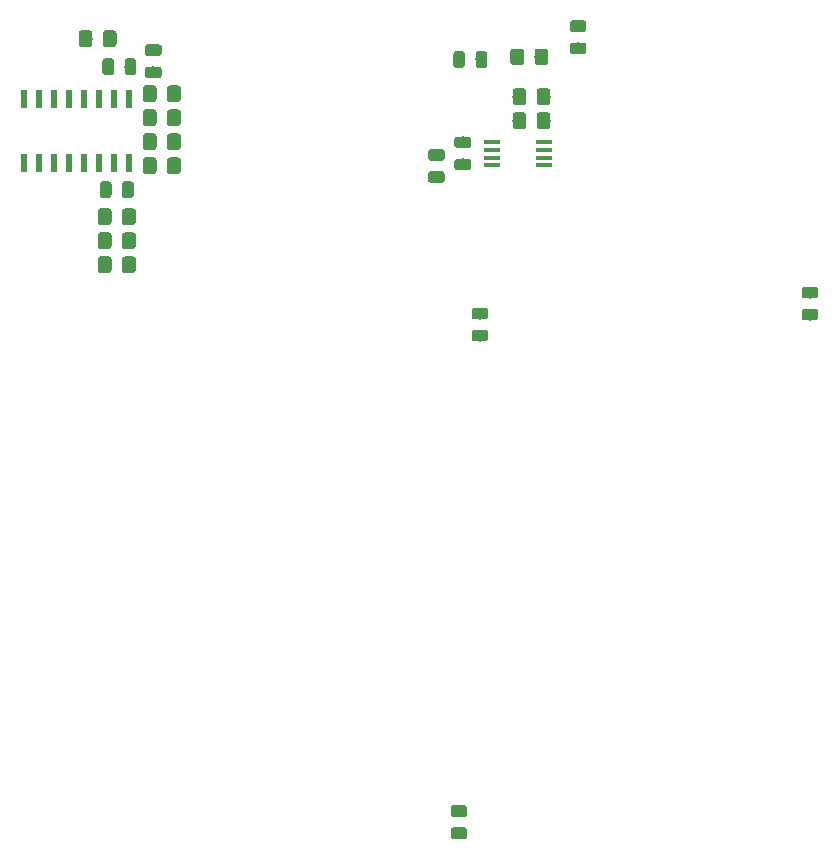
<source format=gbr>
G04 #@! TF.GenerationSoftware,KiCad,Pcbnew,(5.0.1)-3*
G04 #@! TF.CreationDate,2018-11-21T00:41:34-05:00*
G04 #@! TF.ProjectId,SMA_Driver_V1,534D415F4472697665725F56312E6B69,rev?*
G04 #@! TF.SameCoordinates,Original*
G04 #@! TF.FileFunction,Paste,Top*
G04 #@! TF.FilePolarity,Positive*
%FSLAX46Y46*%
G04 Gerber Fmt 4.6, Leading zero omitted, Abs format (unit mm)*
G04 Created by KiCad (PCBNEW (5.0.1)-3) date 11/21/2018 00:41:34*
%MOMM*%
%LPD*%
G01*
G04 APERTURE LIST*
%ADD10C,0.100000*%
%ADD11C,1.150000*%
%ADD12C,0.975000*%
%ADD13R,1.450000X0.450000*%
%ADD14R,0.600000X1.550000*%
G04 APERTURE END LIST*
D10*
G04 #@! TO.C,C11*
G36*
X22380305Y-16954204D02*
X22404573Y-16957804D01*
X22428372Y-16963765D01*
X22451471Y-16972030D01*
X22473650Y-16982520D01*
X22494693Y-16995132D01*
X22514399Y-17009747D01*
X22532577Y-17026223D01*
X22549053Y-17044401D01*
X22563668Y-17064107D01*
X22576280Y-17085150D01*
X22586770Y-17107329D01*
X22595035Y-17130428D01*
X22600996Y-17154227D01*
X22604596Y-17178495D01*
X22605800Y-17202999D01*
X22605800Y-18103001D01*
X22604596Y-18127505D01*
X22600996Y-18151773D01*
X22595035Y-18175572D01*
X22586770Y-18198671D01*
X22576280Y-18220850D01*
X22563668Y-18241893D01*
X22549053Y-18261599D01*
X22532577Y-18279777D01*
X22514399Y-18296253D01*
X22494693Y-18310868D01*
X22473650Y-18323480D01*
X22451471Y-18333970D01*
X22428372Y-18342235D01*
X22404573Y-18348196D01*
X22380305Y-18351796D01*
X22355801Y-18353000D01*
X21705799Y-18353000D01*
X21681295Y-18351796D01*
X21657027Y-18348196D01*
X21633228Y-18342235D01*
X21610129Y-18333970D01*
X21587950Y-18323480D01*
X21566907Y-18310868D01*
X21547201Y-18296253D01*
X21529023Y-18279777D01*
X21512547Y-18261599D01*
X21497932Y-18241893D01*
X21485320Y-18220850D01*
X21474830Y-18198671D01*
X21466565Y-18175572D01*
X21460604Y-18151773D01*
X21457004Y-18127505D01*
X21455800Y-18103001D01*
X21455800Y-17202999D01*
X21457004Y-17178495D01*
X21460604Y-17154227D01*
X21466565Y-17130428D01*
X21474830Y-17107329D01*
X21485320Y-17085150D01*
X21497932Y-17064107D01*
X21512547Y-17044401D01*
X21529023Y-17026223D01*
X21547201Y-17009747D01*
X21566907Y-16995132D01*
X21587950Y-16982520D01*
X21610129Y-16972030D01*
X21633228Y-16963765D01*
X21657027Y-16957804D01*
X21681295Y-16954204D01*
X21705799Y-16953000D01*
X22355801Y-16953000D01*
X22380305Y-16954204D01*
X22380305Y-16954204D01*
G37*
D11*
X22030800Y-17653000D03*
D10*
G36*
X20330305Y-16954204D02*
X20354573Y-16957804D01*
X20378372Y-16963765D01*
X20401471Y-16972030D01*
X20423650Y-16982520D01*
X20444693Y-16995132D01*
X20464399Y-17009747D01*
X20482577Y-17026223D01*
X20499053Y-17044401D01*
X20513668Y-17064107D01*
X20526280Y-17085150D01*
X20536770Y-17107329D01*
X20545035Y-17130428D01*
X20550996Y-17154227D01*
X20554596Y-17178495D01*
X20555800Y-17202999D01*
X20555800Y-18103001D01*
X20554596Y-18127505D01*
X20550996Y-18151773D01*
X20545035Y-18175572D01*
X20536770Y-18198671D01*
X20526280Y-18220850D01*
X20513668Y-18241893D01*
X20499053Y-18261599D01*
X20482577Y-18279777D01*
X20464399Y-18296253D01*
X20444693Y-18310868D01*
X20423650Y-18323480D01*
X20401471Y-18333970D01*
X20378372Y-18342235D01*
X20354573Y-18348196D01*
X20330305Y-18351796D01*
X20305801Y-18353000D01*
X19655799Y-18353000D01*
X19631295Y-18351796D01*
X19607027Y-18348196D01*
X19583228Y-18342235D01*
X19560129Y-18333970D01*
X19537950Y-18323480D01*
X19516907Y-18310868D01*
X19497201Y-18296253D01*
X19479023Y-18279777D01*
X19462547Y-18261599D01*
X19447932Y-18241893D01*
X19435320Y-18220850D01*
X19424830Y-18198671D01*
X19416565Y-18175572D01*
X19410604Y-18151773D01*
X19407004Y-18127505D01*
X19405800Y-18103001D01*
X19405800Y-17202999D01*
X19407004Y-17178495D01*
X19410604Y-17154227D01*
X19416565Y-17130428D01*
X19424830Y-17107329D01*
X19435320Y-17085150D01*
X19447932Y-17064107D01*
X19462547Y-17044401D01*
X19479023Y-17026223D01*
X19497201Y-17009747D01*
X19516907Y-16995132D01*
X19537950Y-16982520D01*
X19560129Y-16972030D01*
X19583228Y-16963765D01*
X19607027Y-16957804D01*
X19631295Y-16954204D01*
X19655799Y-16953000D01*
X20305801Y-16953000D01*
X20330305Y-16954204D01*
X20330305Y-16954204D01*
G37*
D11*
X19980800Y-17653000D03*
G04 #@! TD*
D10*
G04 #@! TO.C,C28*
G36*
X18570305Y-27368204D02*
X18594573Y-27371804D01*
X18618372Y-27377765D01*
X18641471Y-27386030D01*
X18663650Y-27396520D01*
X18684693Y-27409132D01*
X18704399Y-27423747D01*
X18722577Y-27440223D01*
X18739053Y-27458401D01*
X18753668Y-27478107D01*
X18766280Y-27499150D01*
X18776770Y-27521329D01*
X18785035Y-27544428D01*
X18790996Y-27568227D01*
X18794596Y-27592495D01*
X18795800Y-27616999D01*
X18795800Y-28517001D01*
X18794596Y-28541505D01*
X18790996Y-28565773D01*
X18785035Y-28589572D01*
X18776770Y-28612671D01*
X18766280Y-28634850D01*
X18753668Y-28655893D01*
X18739053Y-28675599D01*
X18722577Y-28693777D01*
X18704399Y-28710253D01*
X18684693Y-28724868D01*
X18663650Y-28737480D01*
X18641471Y-28747970D01*
X18618372Y-28756235D01*
X18594573Y-28762196D01*
X18570305Y-28765796D01*
X18545801Y-28767000D01*
X17895799Y-28767000D01*
X17871295Y-28765796D01*
X17847027Y-28762196D01*
X17823228Y-28756235D01*
X17800129Y-28747970D01*
X17777950Y-28737480D01*
X17756907Y-28724868D01*
X17737201Y-28710253D01*
X17719023Y-28693777D01*
X17702547Y-28675599D01*
X17687932Y-28655893D01*
X17675320Y-28634850D01*
X17664830Y-28612671D01*
X17656565Y-28589572D01*
X17650604Y-28565773D01*
X17647004Y-28541505D01*
X17645800Y-28517001D01*
X17645800Y-27616999D01*
X17647004Y-27592495D01*
X17650604Y-27568227D01*
X17656565Y-27544428D01*
X17664830Y-27521329D01*
X17675320Y-27499150D01*
X17687932Y-27478107D01*
X17702547Y-27458401D01*
X17719023Y-27440223D01*
X17737201Y-27423747D01*
X17756907Y-27409132D01*
X17777950Y-27396520D01*
X17800129Y-27386030D01*
X17823228Y-27377765D01*
X17847027Y-27371804D01*
X17871295Y-27368204D01*
X17895799Y-27367000D01*
X18545801Y-27367000D01*
X18570305Y-27368204D01*
X18570305Y-27368204D01*
G37*
D11*
X18220800Y-28067000D03*
D10*
G36*
X16520305Y-27368204D02*
X16544573Y-27371804D01*
X16568372Y-27377765D01*
X16591471Y-27386030D01*
X16613650Y-27396520D01*
X16634693Y-27409132D01*
X16654399Y-27423747D01*
X16672577Y-27440223D01*
X16689053Y-27458401D01*
X16703668Y-27478107D01*
X16716280Y-27499150D01*
X16726770Y-27521329D01*
X16735035Y-27544428D01*
X16740996Y-27568227D01*
X16744596Y-27592495D01*
X16745800Y-27616999D01*
X16745800Y-28517001D01*
X16744596Y-28541505D01*
X16740996Y-28565773D01*
X16735035Y-28589572D01*
X16726770Y-28612671D01*
X16716280Y-28634850D01*
X16703668Y-28655893D01*
X16689053Y-28675599D01*
X16672577Y-28693777D01*
X16654399Y-28710253D01*
X16634693Y-28724868D01*
X16613650Y-28737480D01*
X16591471Y-28747970D01*
X16568372Y-28756235D01*
X16544573Y-28762196D01*
X16520305Y-28765796D01*
X16495801Y-28767000D01*
X15845799Y-28767000D01*
X15821295Y-28765796D01*
X15797027Y-28762196D01*
X15773228Y-28756235D01*
X15750129Y-28747970D01*
X15727950Y-28737480D01*
X15706907Y-28724868D01*
X15687201Y-28710253D01*
X15669023Y-28693777D01*
X15652547Y-28675599D01*
X15637932Y-28655893D01*
X15625320Y-28634850D01*
X15614830Y-28612671D01*
X15606565Y-28589572D01*
X15600604Y-28565773D01*
X15597004Y-28541505D01*
X15595800Y-28517001D01*
X15595800Y-27616999D01*
X15597004Y-27592495D01*
X15600604Y-27568227D01*
X15606565Y-27544428D01*
X15614830Y-27521329D01*
X15625320Y-27499150D01*
X15637932Y-27478107D01*
X15652547Y-27458401D01*
X15669023Y-27440223D01*
X15687201Y-27423747D01*
X15706907Y-27409132D01*
X15727950Y-27396520D01*
X15750129Y-27386030D01*
X15773228Y-27377765D01*
X15797027Y-27371804D01*
X15821295Y-27368204D01*
X15845799Y-27367000D01*
X16495801Y-27367000D01*
X16520305Y-27368204D01*
X16520305Y-27368204D01*
G37*
D11*
X16170800Y-28067000D03*
G04 #@! TD*
D10*
G04 #@! TO.C,C4*
G36*
X20330305Y-12890204D02*
X20354573Y-12893804D01*
X20378372Y-12899765D01*
X20401471Y-12908030D01*
X20423650Y-12918520D01*
X20444693Y-12931132D01*
X20464399Y-12945747D01*
X20482577Y-12962223D01*
X20499053Y-12980401D01*
X20513668Y-13000107D01*
X20526280Y-13021150D01*
X20536770Y-13043329D01*
X20545035Y-13066428D01*
X20550996Y-13090227D01*
X20554596Y-13114495D01*
X20555800Y-13138999D01*
X20555800Y-14039001D01*
X20554596Y-14063505D01*
X20550996Y-14087773D01*
X20545035Y-14111572D01*
X20536770Y-14134671D01*
X20526280Y-14156850D01*
X20513668Y-14177893D01*
X20499053Y-14197599D01*
X20482577Y-14215777D01*
X20464399Y-14232253D01*
X20444693Y-14246868D01*
X20423650Y-14259480D01*
X20401471Y-14269970D01*
X20378372Y-14278235D01*
X20354573Y-14284196D01*
X20330305Y-14287796D01*
X20305801Y-14289000D01*
X19655799Y-14289000D01*
X19631295Y-14287796D01*
X19607027Y-14284196D01*
X19583228Y-14278235D01*
X19560129Y-14269970D01*
X19537950Y-14259480D01*
X19516907Y-14246868D01*
X19497201Y-14232253D01*
X19479023Y-14215777D01*
X19462547Y-14197599D01*
X19447932Y-14177893D01*
X19435320Y-14156850D01*
X19424830Y-14134671D01*
X19416565Y-14111572D01*
X19410604Y-14087773D01*
X19407004Y-14063505D01*
X19405800Y-14039001D01*
X19405800Y-13138999D01*
X19407004Y-13114495D01*
X19410604Y-13090227D01*
X19416565Y-13066428D01*
X19424830Y-13043329D01*
X19435320Y-13021150D01*
X19447932Y-13000107D01*
X19462547Y-12980401D01*
X19479023Y-12962223D01*
X19497201Y-12945747D01*
X19516907Y-12931132D01*
X19537950Y-12918520D01*
X19560129Y-12908030D01*
X19583228Y-12899765D01*
X19607027Y-12893804D01*
X19631295Y-12890204D01*
X19655799Y-12889000D01*
X20305801Y-12889000D01*
X20330305Y-12890204D01*
X20330305Y-12890204D01*
G37*
D11*
X19980800Y-13589000D03*
D10*
G36*
X22380305Y-12890204D02*
X22404573Y-12893804D01*
X22428372Y-12899765D01*
X22451471Y-12908030D01*
X22473650Y-12918520D01*
X22494693Y-12931132D01*
X22514399Y-12945747D01*
X22532577Y-12962223D01*
X22549053Y-12980401D01*
X22563668Y-13000107D01*
X22576280Y-13021150D01*
X22586770Y-13043329D01*
X22595035Y-13066428D01*
X22600996Y-13090227D01*
X22604596Y-13114495D01*
X22605800Y-13138999D01*
X22605800Y-14039001D01*
X22604596Y-14063505D01*
X22600996Y-14087773D01*
X22595035Y-14111572D01*
X22586770Y-14134671D01*
X22576280Y-14156850D01*
X22563668Y-14177893D01*
X22549053Y-14197599D01*
X22532577Y-14215777D01*
X22514399Y-14232253D01*
X22494693Y-14246868D01*
X22473650Y-14259480D01*
X22451471Y-14269970D01*
X22428372Y-14278235D01*
X22404573Y-14284196D01*
X22380305Y-14287796D01*
X22355801Y-14289000D01*
X21705799Y-14289000D01*
X21681295Y-14287796D01*
X21657027Y-14284196D01*
X21633228Y-14278235D01*
X21610129Y-14269970D01*
X21587950Y-14259480D01*
X21566907Y-14246868D01*
X21547201Y-14232253D01*
X21529023Y-14215777D01*
X21512547Y-14197599D01*
X21497932Y-14177893D01*
X21485320Y-14156850D01*
X21474830Y-14134671D01*
X21466565Y-14111572D01*
X21460604Y-14087773D01*
X21457004Y-14063505D01*
X21455800Y-14039001D01*
X21455800Y-13138999D01*
X21457004Y-13114495D01*
X21460604Y-13090227D01*
X21466565Y-13066428D01*
X21474830Y-13043329D01*
X21485320Y-13021150D01*
X21497932Y-13000107D01*
X21512547Y-12980401D01*
X21529023Y-12962223D01*
X21547201Y-12945747D01*
X21566907Y-12931132D01*
X21587950Y-12918520D01*
X21610129Y-12908030D01*
X21633228Y-12899765D01*
X21657027Y-12893804D01*
X21681295Y-12890204D01*
X21705799Y-12889000D01*
X22355801Y-12889000D01*
X22380305Y-12890204D01*
X22380305Y-12890204D01*
G37*
D11*
X22030800Y-13589000D03*
G04 #@! TD*
D10*
G04 #@! TO.C,C5*
G36*
X53495305Y-9778704D02*
X53519573Y-9782304D01*
X53543372Y-9788265D01*
X53566471Y-9796530D01*
X53588650Y-9807020D01*
X53609693Y-9819632D01*
X53629399Y-9834247D01*
X53647577Y-9850723D01*
X53664053Y-9868901D01*
X53678668Y-9888607D01*
X53691280Y-9909650D01*
X53701770Y-9931829D01*
X53710035Y-9954928D01*
X53715996Y-9978727D01*
X53719596Y-10002995D01*
X53720800Y-10027499D01*
X53720800Y-10927501D01*
X53719596Y-10952005D01*
X53715996Y-10976273D01*
X53710035Y-11000072D01*
X53701770Y-11023171D01*
X53691280Y-11045350D01*
X53678668Y-11066393D01*
X53664053Y-11086099D01*
X53647577Y-11104277D01*
X53629399Y-11120753D01*
X53609693Y-11135368D01*
X53588650Y-11147980D01*
X53566471Y-11158470D01*
X53543372Y-11166735D01*
X53519573Y-11172696D01*
X53495305Y-11176296D01*
X53470801Y-11177500D01*
X52820799Y-11177500D01*
X52796295Y-11176296D01*
X52772027Y-11172696D01*
X52748228Y-11166735D01*
X52725129Y-11158470D01*
X52702950Y-11147980D01*
X52681907Y-11135368D01*
X52662201Y-11120753D01*
X52644023Y-11104277D01*
X52627547Y-11086099D01*
X52612932Y-11066393D01*
X52600320Y-11045350D01*
X52589830Y-11023171D01*
X52581565Y-11000072D01*
X52575604Y-10976273D01*
X52572004Y-10952005D01*
X52570800Y-10927501D01*
X52570800Y-10027499D01*
X52572004Y-10002995D01*
X52575604Y-9978727D01*
X52581565Y-9954928D01*
X52589830Y-9931829D01*
X52600320Y-9909650D01*
X52612932Y-9888607D01*
X52627547Y-9868901D01*
X52644023Y-9850723D01*
X52662201Y-9834247D01*
X52681907Y-9819632D01*
X52702950Y-9807020D01*
X52725129Y-9796530D01*
X52748228Y-9788265D01*
X52772027Y-9782304D01*
X52796295Y-9778704D01*
X52820799Y-9777500D01*
X53470801Y-9777500D01*
X53495305Y-9778704D01*
X53495305Y-9778704D01*
G37*
D11*
X53145800Y-10477500D03*
D10*
G36*
X51445305Y-9778704D02*
X51469573Y-9782304D01*
X51493372Y-9788265D01*
X51516471Y-9796530D01*
X51538650Y-9807020D01*
X51559693Y-9819632D01*
X51579399Y-9834247D01*
X51597577Y-9850723D01*
X51614053Y-9868901D01*
X51628668Y-9888607D01*
X51641280Y-9909650D01*
X51651770Y-9931829D01*
X51660035Y-9954928D01*
X51665996Y-9978727D01*
X51669596Y-10002995D01*
X51670800Y-10027499D01*
X51670800Y-10927501D01*
X51669596Y-10952005D01*
X51665996Y-10976273D01*
X51660035Y-11000072D01*
X51651770Y-11023171D01*
X51641280Y-11045350D01*
X51628668Y-11066393D01*
X51614053Y-11086099D01*
X51597577Y-11104277D01*
X51579399Y-11120753D01*
X51559693Y-11135368D01*
X51538650Y-11147980D01*
X51516471Y-11158470D01*
X51493372Y-11166735D01*
X51469573Y-11172696D01*
X51445305Y-11176296D01*
X51420801Y-11177500D01*
X50770799Y-11177500D01*
X50746295Y-11176296D01*
X50722027Y-11172696D01*
X50698228Y-11166735D01*
X50675129Y-11158470D01*
X50652950Y-11147980D01*
X50631907Y-11135368D01*
X50612201Y-11120753D01*
X50594023Y-11104277D01*
X50577547Y-11086099D01*
X50562932Y-11066393D01*
X50550320Y-11045350D01*
X50539830Y-11023171D01*
X50531565Y-11000072D01*
X50525604Y-10976273D01*
X50522004Y-10952005D01*
X50520800Y-10927501D01*
X50520800Y-10027499D01*
X50522004Y-10002995D01*
X50525604Y-9978727D01*
X50531565Y-9954928D01*
X50539830Y-9931829D01*
X50550320Y-9909650D01*
X50562932Y-9888607D01*
X50577547Y-9868901D01*
X50594023Y-9850723D01*
X50612201Y-9834247D01*
X50631907Y-9819632D01*
X50652950Y-9807020D01*
X50675129Y-9796530D01*
X50698228Y-9788265D01*
X50722027Y-9782304D01*
X50746295Y-9778704D01*
X50770799Y-9777500D01*
X51420801Y-9777500D01*
X51445305Y-9778704D01*
X51445305Y-9778704D01*
G37*
D11*
X51095800Y-10477500D03*
G04 #@! TD*
D10*
G04 #@! TO.C,C10*
G36*
X51623105Y-15176204D02*
X51647373Y-15179804D01*
X51671172Y-15185765D01*
X51694271Y-15194030D01*
X51716450Y-15204520D01*
X51737493Y-15217132D01*
X51757199Y-15231747D01*
X51775377Y-15248223D01*
X51791853Y-15266401D01*
X51806468Y-15286107D01*
X51819080Y-15307150D01*
X51829570Y-15329329D01*
X51837835Y-15352428D01*
X51843796Y-15376227D01*
X51847396Y-15400495D01*
X51848600Y-15424999D01*
X51848600Y-16325001D01*
X51847396Y-16349505D01*
X51843796Y-16373773D01*
X51837835Y-16397572D01*
X51829570Y-16420671D01*
X51819080Y-16442850D01*
X51806468Y-16463893D01*
X51791853Y-16483599D01*
X51775377Y-16501777D01*
X51757199Y-16518253D01*
X51737493Y-16532868D01*
X51716450Y-16545480D01*
X51694271Y-16555970D01*
X51671172Y-16564235D01*
X51647373Y-16570196D01*
X51623105Y-16573796D01*
X51598601Y-16575000D01*
X50948599Y-16575000D01*
X50924095Y-16573796D01*
X50899827Y-16570196D01*
X50876028Y-16564235D01*
X50852929Y-16555970D01*
X50830750Y-16545480D01*
X50809707Y-16532868D01*
X50790001Y-16518253D01*
X50771823Y-16501777D01*
X50755347Y-16483599D01*
X50740732Y-16463893D01*
X50728120Y-16442850D01*
X50717630Y-16420671D01*
X50709365Y-16397572D01*
X50703404Y-16373773D01*
X50699804Y-16349505D01*
X50698600Y-16325001D01*
X50698600Y-15424999D01*
X50699804Y-15400495D01*
X50703404Y-15376227D01*
X50709365Y-15352428D01*
X50717630Y-15329329D01*
X50728120Y-15307150D01*
X50740732Y-15286107D01*
X50755347Y-15266401D01*
X50771823Y-15248223D01*
X50790001Y-15231747D01*
X50809707Y-15217132D01*
X50830750Y-15204520D01*
X50852929Y-15194030D01*
X50876028Y-15185765D01*
X50899827Y-15179804D01*
X50924095Y-15176204D01*
X50948599Y-15175000D01*
X51598601Y-15175000D01*
X51623105Y-15176204D01*
X51623105Y-15176204D01*
G37*
D11*
X51273600Y-15875000D03*
D10*
G36*
X53673105Y-15176204D02*
X53697373Y-15179804D01*
X53721172Y-15185765D01*
X53744271Y-15194030D01*
X53766450Y-15204520D01*
X53787493Y-15217132D01*
X53807199Y-15231747D01*
X53825377Y-15248223D01*
X53841853Y-15266401D01*
X53856468Y-15286107D01*
X53869080Y-15307150D01*
X53879570Y-15329329D01*
X53887835Y-15352428D01*
X53893796Y-15376227D01*
X53897396Y-15400495D01*
X53898600Y-15424999D01*
X53898600Y-16325001D01*
X53897396Y-16349505D01*
X53893796Y-16373773D01*
X53887835Y-16397572D01*
X53879570Y-16420671D01*
X53869080Y-16442850D01*
X53856468Y-16463893D01*
X53841853Y-16483599D01*
X53825377Y-16501777D01*
X53807199Y-16518253D01*
X53787493Y-16532868D01*
X53766450Y-16545480D01*
X53744271Y-16555970D01*
X53721172Y-16564235D01*
X53697373Y-16570196D01*
X53673105Y-16573796D01*
X53648601Y-16575000D01*
X52998599Y-16575000D01*
X52974095Y-16573796D01*
X52949827Y-16570196D01*
X52926028Y-16564235D01*
X52902929Y-16555970D01*
X52880750Y-16545480D01*
X52859707Y-16532868D01*
X52840001Y-16518253D01*
X52821823Y-16501777D01*
X52805347Y-16483599D01*
X52790732Y-16463893D01*
X52778120Y-16442850D01*
X52767630Y-16420671D01*
X52759365Y-16397572D01*
X52753404Y-16373773D01*
X52749804Y-16349505D01*
X52748600Y-16325001D01*
X52748600Y-15424999D01*
X52749804Y-15400495D01*
X52753404Y-15376227D01*
X52759365Y-15352428D01*
X52767630Y-15329329D01*
X52778120Y-15307150D01*
X52790732Y-15286107D01*
X52805347Y-15266401D01*
X52821823Y-15248223D01*
X52840001Y-15231747D01*
X52859707Y-15217132D01*
X52880750Y-15204520D01*
X52902929Y-15194030D01*
X52926028Y-15185765D01*
X52949827Y-15179804D01*
X52974095Y-15176204D01*
X52998599Y-15175000D01*
X53648601Y-15175000D01*
X53673105Y-15176204D01*
X53673105Y-15176204D01*
G37*
D11*
X53323600Y-15875000D03*
G04 #@! TD*
D10*
G04 #@! TO.C,C12*
G36*
X53673105Y-13144204D02*
X53697373Y-13147804D01*
X53721172Y-13153765D01*
X53744271Y-13162030D01*
X53766450Y-13172520D01*
X53787493Y-13185132D01*
X53807199Y-13199747D01*
X53825377Y-13216223D01*
X53841853Y-13234401D01*
X53856468Y-13254107D01*
X53869080Y-13275150D01*
X53879570Y-13297329D01*
X53887835Y-13320428D01*
X53893796Y-13344227D01*
X53897396Y-13368495D01*
X53898600Y-13392999D01*
X53898600Y-14293001D01*
X53897396Y-14317505D01*
X53893796Y-14341773D01*
X53887835Y-14365572D01*
X53879570Y-14388671D01*
X53869080Y-14410850D01*
X53856468Y-14431893D01*
X53841853Y-14451599D01*
X53825377Y-14469777D01*
X53807199Y-14486253D01*
X53787493Y-14500868D01*
X53766450Y-14513480D01*
X53744271Y-14523970D01*
X53721172Y-14532235D01*
X53697373Y-14538196D01*
X53673105Y-14541796D01*
X53648601Y-14543000D01*
X52998599Y-14543000D01*
X52974095Y-14541796D01*
X52949827Y-14538196D01*
X52926028Y-14532235D01*
X52902929Y-14523970D01*
X52880750Y-14513480D01*
X52859707Y-14500868D01*
X52840001Y-14486253D01*
X52821823Y-14469777D01*
X52805347Y-14451599D01*
X52790732Y-14431893D01*
X52778120Y-14410850D01*
X52767630Y-14388671D01*
X52759365Y-14365572D01*
X52753404Y-14341773D01*
X52749804Y-14317505D01*
X52748600Y-14293001D01*
X52748600Y-13392999D01*
X52749804Y-13368495D01*
X52753404Y-13344227D01*
X52759365Y-13320428D01*
X52767630Y-13297329D01*
X52778120Y-13275150D01*
X52790732Y-13254107D01*
X52805347Y-13234401D01*
X52821823Y-13216223D01*
X52840001Y-13199747D01*
X52859707Y-13185132D01*
X52880750Y-13172520D01*
X52902929Y-13162030D01*
X52926028Y-13153765D01*
X52949827Y-13147804D01*
X52974095Y-13144204D01*
X52998599Y-13143000D01*
X53648601Y-13143000D01*
X53673105Y-13144204D01*
X53673105Y-13144204D01*
G37*
D11*
X53323600Y-13843000D03*
D10*
G36*
X51623105Y-13144204D02*
X51647373Y-13147804D01*
X51671172Y-13153765D01*
X51694271Y-13162030D01*
X51716450Y-13172520D01*
X51737493Y-13185132D01*
X51757199Y-13199747D01*
X51775377Y-13216223D01*
X51791853Y-13234401D01*
X51806468Y-13254107D01*
X51819080Y-13275150D01*
X51829570Y-13297329D01*
X51837835Y-13320428D01*
X51843796Y-13344227D01*
X51847396Y-13368495D01*
X51848600Y-13392999D01*
X51848600Y-14293001D01*
X51847396Y-14317505D01*
X51843796Y-14341773D01*
X51837835Y-14365572D01*
X51829570Y-14388671D01*
X51819080Y-14410850D01*
X51806468Y-14431893D01*
X51791853Y-14451599D01*
X51775377Y-14469777D01*
X51757199Y-14486253D01*
X51737493Y-14500868D01*
X51716450Y-14513480D01*
X51694271Y-14523970D01*
X51671172Y-14532235D01*
X51647373Y-14538196D01*
X51623105Y-14541796D01*
X51598601Y-14543000D01*
X50948599Y-14543000D01*
X50924095Y-14541796D01*
X50899827Y-14538196D01*
X50876028Y-14532235D01*
X50852929Y-14523970D01*
X50830750Y-14513480D01*
X50809707Y-14500868D01*
X50790001Y-14486253D01*
X50771823Y-14469777D01*
X50755347Y-14451599D01*
X50740732Y-14431893D01*
X50728120Y-14410850D01*
X50717630Y-14388671D01*
X50709365Y-14365572D01*
X50703404Y-14341773D01*
X50699804Y-14317505D01*
X50698600Y-14293001D01*
X50698600Y-13392999D01*
X50699804Y-13368495D01*
X50703404Y-13344227D01*
X50709365Y-13320428D01*
X50717630Y-13297329D01*
X50728120Y-13275150D01*
X50740732Y-13254107D01*
X50755347Y-13234401D01*
X50771823Y-13216223D01*
X50790001Y-13199747D01*
X50809707Y-13185132D01*
X50830750Y-13172520D01*
X50852929Y-13162030D01*
X50876028Y-13153765D01*
X50899827Y-13147804D01*
X50924095Y-13144204D01*
X50948599Y-13143000D01*
X51598601Y-13143000D01*
X51623105Y-13144204D01*
X51623105Y-13144204D01*
G37*
D11*
X51273600Y-13843000D03*
G04 #@! TD*
D10*
G04 #@! TO.C,C16*
G36*
X14894705Y-8229304D02*
X14918973Y-8232904D01*
X14942772Y-8238865D01*
X14965871Y-8247130D01*
X14988050Y-8257620D01*
X15009093Y-8270232D01*
X15028799Y-8284847D01*
X15046977Y-8301323D01*
X15063453Y-8319501D01*
X15078068Y-8339207D01*
X15090680Y-8360250D01*
X15101170Y-8382429D01*
X15109435Y-8405528D01*
X15115396Y-8429327D01*
X15118996Y-8453595D01*
X15120200Y-8478099D01*
X15120200Y-9378101D01*
X15118996Y-9402605D01*
X15115396Y-9426873D01*
X15109435Y-9450672D01*
X15101170Y-9473771D01*
X15090680Y-9495950D01*
X15078068Y-9516993D01*
X15063453Y-9536699D01*
X15046977Y-9554877D01*
X15028799Y-9571353D01*
X15009093Y-9585968D01*
X14988050Y-9598580D01*
X14965871Y-9609070D01*
X14942772Y-9617335D01*
X14918973Y-9623296D01*
X14894705Y-9626896D01*
X14870201Y-9628100D01*
X14220199Y-9628100D01*
X14195695Y-9626896D01*
X14171427Y-9623296D01*
X14147628Y-9617335D01*
X14124529Y-9609070D01*
X14102350Y-9598580D01*
X14081307Y-9585968D01*
X14061601Y-9571353D01*
X14043423Y-9554877D01*
X14026947Y-9536699D01*
X14012332Y-9516993D01*
X13999720Y-9495950D01*
X13989230Y-9473771D01*
X13980965Y-9450672D01*
X13975004Y-9426873D01*
X13971404Y-9402605D01*
X13970200Y-9378101D01*
X13970200Y-8478099D01*
X13971404Y-8453595D01*
X13975004Y-8429327D01*
X13980965Y-8405528D01*
X13989230Y-8382429D01*
X13999720Y-8360250D01*
X14012332Y-8339207D01*
X14026947Y-8319501D01*
X14043423Y-8301323D01*
X14061601Y-8284847D01*
X14081307Y-8270232D01*
X14102350Y-8257620D01*
X14124529Y-8247130D01*
X14147628Y-8238865D01*
X14171427Y-8232904D01*
X14195695Y-8229304D01*
X14220199Y-8228100D01*
X14870201Y-8228100D01*
X14894705Y-8229304D01*
X14894705Y-8229304D01*
G37*
D11*
X14545200Y-8928100D03*
D10*
G36*
X16944705Y-8229304D02*
X16968973Y-8232904D01*
X16992772Y-8238865D01*
X17015871Y-8247130D01*
X17038050Y-8257620D01*
X17059093Y-8270232D01*
X17078799Y-8284847D01*
X17096977Y-8301323D01*
X17113453Y-8319501D01*
X17128068Y-8339207D01*
X17140680Y-8360250D01*
X17151170Y-8382429D01*
X17159435Y-8405528D01*
X17165396Y-8429327D01*
X17168996Y-8453595D01*
X17170200Y-8478099D01*
X17170200Y-9378101D01*
X17168996Y-9402605D01*
X17165396Y-9426873D01*
X17159435Y-9450672D01*
X17151170Y-9473771D01*
X17140680Y-9495950D01*
X17128068Y-9516993D01*
X17113453Y-9536699D01*
X17096977Y-9554877D01*
X17078799Y-9571353D01*
X17059093Y-9585968D01*
X17038050Y-9598580D01*
X17015871Y-9609070D01*
X16992772Y-9617335D01*
X16968973Y-9623296D01*
X16944705Y-9626896D01*
X16920201Y-9628100D01*
X16270199Y-9628100D01*
X16245695Y-9626896D01*
X16221427Y-9623296D01*
X16197628Y-9617335D01*
X16174529Y-9609070D01*
X16152350Y-9598580D01*
X16131307Y-9585968D01*
X16111601Y-9571353D01*
X16093423Y-9554877D01*
X16076947Y-9536699D01*
X16062332Y-9516993D01*
X16049720Y-9495950D01*
X16039230Y-9473771D01*
X16030965Y-9450672D01*
X16025004Y-9426873D01*
X16021404Y-9402605D01*
X16020200Y-9378101D01*
X16020200Y-8478099D01*
X16021404Y-8453595D01*
X16025004Y-8429327D01*
X16030965Y-8405528D01*
X16039230Y-8382429D01*
X16049720Y-8360250D01*
X16062332Y-8339207D01*
X16076947Y-8319501D01*
X16093423Y-8301323D01*
X16111601Y-8284847D01*
X16131307Y-8270232D01*
X16152350Y-8257620D01*
X16174529Y-8247130D01*
X16197628Y-8238865D01*
X16221427Y-8232904D01*
X16245695Y-8229304D01*
X16270199Y-8228100D01*
X16920201Y-8228100D01*
X16944705Y-8229304D01*
X16944705Y-8229304D01*
G37*
D11*
X16595200Y-8928100D03*
G04 #@! TD*
D10*
G04 #@! TO.C,C24*
G36*
X20330305Y-18986204D02*
X20354573Y-18989804D01*
X20378372Y-18995765D01*
X20401471Y-19004030D01*
X20423650Y-19014520D01*
X20444693Y-19027132D01*
X20464399Y-19041747D01*
X20482577Y-19058223D01*
X20499053Y-19076401D01*
X20513668Y-19096107D01*
X20526280Y-19117150D01*
X20536770Y-19139329D01*
X20545035Y-19162428D01*
X20550996Y-19186227D01*
X20554596Y-19210495D01*
X20555800Y-19234999D01*
X20555800Y-20135001D01*
X20554596Y-20159505D01*
X20550996Y-20183773D01*
X20545035Y-20207572D01*
X20536770Y-20230671D01*
X20526280Y-20252850D01*
X20513668Y-20273893D01*
X20499053Y-20293599D01*
X20482577Y-20311777D01*
X20464399Y-20328253D01*
X20444693Y-20342868D01*
X20423650Y-20355480D01*
X20401471Y-20365970D01*
X20378372Y-20374235D01*
X20354573Y-20380196D01*
X20330305Y-20383796D01*
X20305801Y-20385000D01*
X19655799Y-20385000D01*
X19631295Y-20383796D01*
X19607027Y-20380196D01*
X19583228Y-20374235D01*
X19560129Y-20365970D01*
X19537950Y-20355480D01*
X19516907Y-20342868D01*
X19497201Y-20328253D01*
X19479023Y-20311777D01*
X19462547Y-20293599D01*
X19447932Y-20273893D01*
X19435320Y-20252850D01*
X19424830Y-20230671D01*
X19416565Y-20207572D01*
X19410604Y-20183773D01*
X19407004Y-20159505D01*
X19405800Y-20135001D01*
X19405800Y-19234999D01*
X19407004Y-19210495D01*
X19410604Y-19186227D01*
X19416565Y-19162428D01*
X19424830Y-19139329D01*
X19435320Y-19117150D01*
X19447932Y-19096107D01*
X19462547Y-19076401D01*
X19479023Y-19058223D01*
X19497201Y-19041747D01*
X19516907Y-19027132D01*
X19537950Y-19014520D01*
X19560129Y-19004030D01*
X19583228Y-18995765D01*
X19607027Y-18989804D01*
X19631295Y-18986204D01*
X19655799Y-18985000D01*
X20305801Y-18985000D01*
X20330305Y-18986204D01*
X20330305Y-18986204D01*
G37*
D11*
X19980800Y-19685000D03*
D10*
G36*
X22380305Y-18986204D02*
X22404573Y-18989804D01*
X22428372Y-18995765D01*
X22451471Y-19004030D01*
X22473650Y-19014520D01*
X22494693Y-19027132D01*
X22514399Y-19041747D01*
X22532577Y-19058223D01*
X22549053Y-19076401D01*
X22563668Y-19096107D01*
X22576280Y-19117150D01*
X22586770Y-19139329D01*
X22595035Y-19162428D01*
X22600996Y-19186227D01*
X22604596Y-19210495D01*
X22605800Y-19234999D01*
X22605800Y-20135001D01*
X22604596Y-20159505D01*
X22600996Y-20183773D01*
X22595035Y-20207572D01*
X22586770Y-20230671D01*
X22576280Y-20252850D01*
X22563668Y-20273893D01*
X22549053Y-20293599D01*
X22532577Y-20311777D01*
X22514399Y-20328253D01*
X22494693Y-20342868D01*
X22473650Y-20355480D01*
X22451471Y-20365970D01*
X22428372Y-20374235D01*
X22404573Y-20380196D01*
X22380305Y-20383796D01*
X22355801Y-20385000D01*
X21705799Y-20385000D01*
X21681295Y-20383796D01*
X21657027Y-20380196D01*
X21633228Y-20374235D01*
X21610129Y-20365970D01*
X21587950Y-20355480D01*
X21566907Y-20342868D01*
X21547201Y-20328253D01*
X21529023Y-20311777D01*
X21512547Y-20293599D01*
X21497932Y-20273893D01*
X21485320Y-20252850D01*
X21474830Y-20230671D01*
X21466565Y-20207572D01*
X21460604Y-20183773D01*
X21457004Y-20159505D01*
X21455800Y-20135001D01*
X21455800Y-19234999D01*
X21457004Y-19210495D01*
X21460604Y-19186227D01*
X21466565Y-19162428D01*
X21474830Y-19139329D01*
X21485320Y-19117150D01*
X21497932Y-19096107D01*
X21512547Y-19076401D01*
X21529023Y-19058223D01*
X21547201Y-19041747D01*
X21566907Y-19027132D01*
X21587950Y-19014520D01*
X21610129Y-19004030D01*
X21633228Y-18995765D01*
X21657027Y-18989804D01*
X21681295Y-18986204D01*
X21705799Y-18985000D01*
X22355801Y-18985000D01*
X22380305Y-18986204D01*
X22380305Y-18986204D01*
G37*
D11*
X22030800Y-19685000D03*
G04 #@! TD*
D10*
G04 #@! TO.C,C25*
G36*
X22380305Y-14922204D02*
X22404573Y-14925804D01*
X22428372Y-14931765D01*
X22451471Y-14940030D01*
X22473650Y-14950520D01*
X22494693Y-14963132D01*
X22514399Y-14977747D01*
X22532577Y-14994223D01*
X22549053Y-15012401D01*
X22563668Y-15032107D01*
X22576280Y-15053150D01*
X22586770Y-15075329D01*
X22595035Y-15098428D01*
X22600996Y-15122227D01*
X22604596Y-15146495D01*
X22605800Y-15170999D01*
X22605800Y-16071001D01*
X22604596Y-16095505D01*
X22600996Y-16119773D01*
X22595035Y-16143572D01*
X22586770Y-16166671D01*
X22576280Y-16188850D01*
X22563668Y-16209893D01*
X22549053Y-16229599D01*
X22532577Y-16247777D01*
X22514399Y-16264253D01*
X22494693Y-16278868D01*
X22473650Y-16291480D01*
X22451471Y-16301970D01*
X22428372Y-16310235D01*
X22404573Y-16316196D01*
X22380305Y-16319796D01*
X22355801Y-16321000D01*
X21705799Y-16321000D01*
X21681295Y-16319796D01*
X21657027Y-16316196D01*
X21633228Y-16310235D01*
X21610129Y-16301970D01*
X21587950Y-16291480D01*
X21566907Y-16278868D01*
X21547201Y-16264253D01*
X21529023Y-16247777D01*
X21512547Y-16229599D01*
X21497932Y-16209893D01*
X21485320Y-16188850D01*
X21474830Y-16166671D01*
X21466565Y-16143572D01*
X21460604Y-16119773D01*
X21457004Y-16095505D01*
X21455800Y-16071001D01*
X21455800Y-15170999D01*
X21457004Y-15146495D01*
X21460604Y-15122227D01*
X21466565Y-15098428D01*
X21474830Y-15075329D01*
X21485320Y-15053150D01*
X21497932Y-15032107D01*
X21512547Y-15012401D01*
X21529023Y-14994223D01*
X21547201Y-14977747D01*
X21566907Y-14963132D01*
X21587950Y-14950520D01*
X21610129Y-14940030D01*
X21633228Y-14931765D01*
X21657027Y-14925804D01*
X21681295Y-14922204D01*
X21705799Y-14921000D01*
X22355801Y-14921000D01*
X22380305Y-14922204D01*
X22380305Y-14922204D01*
G37*
D11*
X22030800Y-15621000D03*
D10*
G36*
X20330305Y-14922204D02*
X20354573Y-14925804D01*
X20378372Y-14931765D01*
X20401471Y-14940030D01*
X20423650Y-14950520D01*
X20444693Y-14963132D01*
X20464399Y-14977747D01*
X20482577Y-14994223D01*
X20499053Y-15012401D01*
X20513668Y-15032107D01*
X20526280Y-15053150D01*
X20536770Y-15075329D01*
X20545035Y-15098428D01*
X20550996Y-15122227D01*
X20554596Y-15146495D01*
X20555800Y-15170999D01*
X20555800Y-16071001D01*
X20554596Y-16095505D01*
X20550996Y-16119773D01*
X20545035Y-16143572D01*
X20536770Y-16166671D01*
X20526280Y-16188850D01*
X20513668Y-16209893D01*
X20499053Y-16229599D01*
X20482577Y-16247777D01*
X20464399Y-16264253D01*
X20444693Y-16278868D01*
X20423650Y-16291480D01*
X20401471Y-16301970D01*
X20378372Y-16310235D01*
X20354573Y-16316196D01*
X20330305Y-16319796D01*
X20305801Y-16321000D01*
X19655799Y-16321000D01*
X19631295Y-16319796D01*
X19607027Y-16316196D01*
X19583228Y-16310235D01*
X19560129Y-16301970D01*
X19537950Y-16291480D01*
X19516907Y-16278868D01*
X19497201Y-16264253D01*
X19479023Y-16247777D01*
X19462547Y-16229599D01*
X19447932Y-16209893D01*
X19435320Y-16188850D01*
X19424830Y-16166671D01*
X19416565Y-16143572D01*
X19410604Y-16119773D01*
X19407004Y-16095505D01*
X19405800Y-16071001D01*
X19405800Y-15170999D01*
X19407004Y-15146495D01*
X19410604Y-15122227D01*
X19416565Y-15098428D01*
X19424830Y-15075329D01*
X19435320Y-15053150D01*
X19447932Y-15032107D01*
X19462547Y-15012401D01*
X19479023Y-14994223D01*
X19497201Y-14977747D01*
X19516907Y-14963132D01*
X19537950Y-14950520D01*
X19560129Y-14940030D01*
X19583228Y-14931765D01*
X19607027Y-14925804D01*
X19631295Y-14922204D01*
X19655799Y-14921000D01*
X20305801Y-14921000D01*
X20330305Y-14922204D01*
X20330305Y-14922204D01*
G37*
D11*
X19980800Y-15621000D03*
G04 #@! TD*
D10*
G04 #@! TO.C,C26*
G36*
X16520305Y-25336204D02*
X16544573Y-25339804D01*
X16568372Y-25345765D01*
X16591471Y-25354030D01*
X16613650Y-25364520D01*
X16634693Y-25377132D01*
X16654399Y-25391747D01*
X16672577Y-25408223D01*
X16689053Y-25426401D01*
X16703668Y-25446107D01*
X16716280Y-25467150D01*
X16726770Y-25489329D01*
X16735035Y-25512428D01*
X16740996Y-25536227D01*
X16744596Y-25560495D01*
X16745800Y-25584999D01*
X16745800Y-26485001D01*
X16744596Y-26509505D01*
X16740996Y-26533773D01*
X16735035Y-26557572D01*
X16726770Y-26580671D01*
X16716280Y-26602850D01*
X16703668Y-26623893D01*
X16689053Y-26643599D01*
X16672577Y-26661777D01*
X16654399Y-26678253D01*
X16634693Y-26692868D01*
X16613650Y-26705480D01*
X16591471Y-26715970D01*
X16568372Y-26724235D01*
X16544573Y-26730196D01*
X16520305Y-26733796D01*
X16495801Y-26735000D01*
X15845799Y-26735000D01*
X15821295Y-26733796D01*
X15797027Y-26730196D01*
X15773228Y-26724235D01*
X15750129Y-26715970D01*
X15727950Y-26705480D01*
X15706907Y-26692868D01*
X15687201Y-26678253D01*
X15669023Y-26661777D01*
X15652547Y-26643599D01*
X15637932Y-26623893D01*
X15625320Y-26602850D01*
X15614830Y-26580671D01*
X15606565Y-26557572D01*
X15600604Y-26533773D01*
X15597004Y-26509505D01*
X15595800Y-26485001D01*
X15595800Y-25584999D01*
X15597004Y-25560495D01*
X15600604Y-25536227D01*
X15606565Y-25512428D01*
X15614830Y-25489329D01*
X15625320Y-25467150D01*
X15637932Y-25446107D01*
X15652547Y-25426401D01*
X15669023Y-25408223D01*
X15687201Y-25391747D01*
X15706907Y-25377132D01*
X15727950Y-25364520D01*
X15750129Y-25354030D01*
X15773228Y-25345765D01*
X15797027Y-25339804D01*
X15821295Y-25336204D01*
X15845799Y-25335000D01*
X16495801Y-25335000D01*
X16520305Y-25336204D01*
X16520305Y-25336204D01*
G37*
D11*
X16170800Y-26035000D03*
D10*
G36*
X18570305Y-25336204D02*
X18594573Y-25339804D01*
X18618372Y-25345765D01*
X18641471Y-25354030D01*
X18663650Y-25364520D01*
X18684693Y-25377132D01*
X18704399Y-25391747D01*
X18722577Y-25408223D01*
X18739053Y-25426401D01*
X18753668Y-25446107D01*
X18766280Y-25467150D01*
X18776770Y-25489329D01*
X18785035Y-25512428D01*
X18790996Y-25536227D01*
X18794596Y-25560495D01*
X18795800Y-25584999D01*
X18795800Y-26485001D01*
X18794596Y-26509505D01*
X18790996Y-26533773D01*
X18785035Y-26557572D01*
X18776770Y-26580671D01*
X18766280Y-26602850D01*
X18753668Y-26623893D01*
X18739053Y-26643599D01*
X18722577Y-26661777D01*
X18704399Y-26678253D01*
X18684693Y-26692868D01*
X18663650Y-26705480D01*
X18641471Y-26715970D01*
X18618372Y-26724235D01*
X18594573Y-26730196D01*
X18570305Y-26733796D01*
X18545801Y-26735000D01*
X17895799Y-26735000D01*
X17871295Y-26733796D01*
X17847027Y-26730196D01*
X17823228Y-26724235D01*
X17800129Y-26715970D01*
X17777950Y-26705480D01*
X17756907Y-26692868D01*
X17737201Y-26678253D01*
X17719023Y-26661777D01*
X17702547Y-26643599D01*
X17687932Y-26623893D01*
X17675320Y-26602850D01*
X17664830Y-26580671D01*
X17656565Y-26557572D01*
X17650604Y-26533773D01*
X17647004Y-26509505D01*
X17645800Y-26485001D01*
X17645800Y-25584999D01*
X17647004Y-25560495D01*
X17650604Y-25536227D01*
X17656565Y-25512428D01*
X17664830Y-25489329D01*
X17675320Y-25467150D01*
X17687932Y-25446107D01*
X17702547Y-25426401D01*
X17719023Y-25408223D01*
X17737201Y-25391747D01*
X17756907Y-25377132D01*
X17777950Y-25364520D01*
X17800129Y-25354030D01*
X17823228Y-25345765D01*
X17847027Y-25339804D01*
X17871295Y-25336204D01*
X17895799Y-25335000D01*
X18545801Y-25335000D01*
X18570305Y-25336204D01*
X18570305Y-25336204D01*
G37*
D11*
X18220800Y-26035000D03*
G04 #@! TD*
D10*
G04 #@! TO.C,C27*
G36*
X18570305Y-23304204D02*
X18594573Y-23307804D01*
X18618372Y-23313765D01*
X18641471Y-23322030D01*
X18663650Y-23332520D01*
X18684693Y-23345132D01*
X18704399Y-23359747D01*
X18722577Y-23376223D01*
X18739053Y-23394401D01*
X18753668Y-23414107D01*
X18766280Y-23435150D01*
X18776770Y-23457329D01*
X18785035Y-23480428D01*
X18790996Y-23504227D01*
X18794596Y-23528495D01*
X18795800Y-23552999D01*
X18795800Y-24453001D01*
X18794596Y-24477505D01*
X18790996Y-24501773D01*
X18785035Y-24525572D01*
X18776770Y-24548671D01*
X18766280Y-24570850D01*
X18753668Y-24591893D01*
X18739053Y-24611599D01*
X18722577Y-24629777D01*
X18704399Y-24646253D01*
X18684693Y-24660868D01*
X18663650Y-24673480D01*
X18641471Y-24683970D01*
X18618372Y-24692235D01*
X18594573Y-24698196D01*
X18570305Y-24701796D01*
X18545801Y-24703000D01*
X17895799Y-24703000D01*
X17871295Y-24701796D01*
X17847027Y-24698196D01*
X17823228Y-24692235D01*
X17800129Y-24683970D01*
X17777950Y-24673480D01*
X17756907Y-24660868D01*
X17737201Y-24646253D01*
X17719023Y-24629777D01*
X17702547Y-24611599D01*
X17687932Y-24591893D01*
X17675320Y-24570850D01*
X17664830Y-24548671D01*
X17656565Y-24525572D01*
X17650604Y-24501773D01*
X17647004Y-24477505D01*
X17645800Y-24453001D01*
X17645800Y-23552999D01*
X17647004Y-23528495D01*
X17650604Y-23504227D01*
X17656565Y-23480428D01*
X17664830Y-23457329D01*
X17675320Y-23435150D01*
X17687932Y-23414107D01*
X17702547Y-23394401D01*
X17719023Y-23376223D01*
X17737201Y-23359747D01*
X17756907Y-23345132D01*
X17777950Y-23332520D01*
X17800129Y-23322030D01*
X17823228Y-23313765D01*
X17847027Y-23307804D01*
X17871295Y-23304204D01*
X17895799Y-23303000D01*
X18545801Y-23303000D01*
X18570305Y-23304204D01*
X18570305Y-23304204D01*
G37*
D11*
X18220800Y-24003000D03*
D10*
G36*
X16520305Y-23304204D02*
X16544573Y-23307804D01*
X16568372Y-23313765D01*
X16591471Y-23322030D01*
X16613650Y-23332520D01*
X16634693Y-23345132D01*
X16654399Y-23359747D01*
X16672577Y-23376223D01*
X16689053Y-23394401D01*
X16703668Y-23414107D01*
X16716280Y-23435150D01*
X16726770Y-23457329D01*
X16735035Y-23480428D01*
X16740996Y-23504227D01*
X16744596Y-23528495D01*
X16745800Y-23552999D01*
X16745800Y-24453001D01*
X16744596Y-24477505D01*
X16740996Y-24501773D01*
X16735035Y-24525572D01*
X16726770Y-24548671D01*
X16716280Y-24570850D01*
X16703668Y-24591893D01*
X16689053Y-24611599D01*
X16672577Y-24629777D01*
X16654399Y-24646253D01*
X16634693Y-24660868D01*
X16613650Y-24673480D01*
X16591471Y-24683970D01*
X16568372Y-24692235D01*
X16544573Y-24698196D01*
X16520305Y-24701796D01*
X16495801Y-24703000D01*
X15845799Y-24703000D01*
X15821295Y-24701796D01*
X15797027Y-24698196D01*
X15773228Y-24692235D01*
X15750129Y-24683970D01*
X15727950Y-24673480D01*
X15706907Y-24660868D01*
X15687201Y-24646253D01*
X15669023Y-24629777D01*
X15652547Y-24611599D01*
X15637932Y-24591893D01*
X15625320Y-24570850D01*
X15614830Y-24548671D01*
X15606565Y-24525572D01*
X15600604Y-24501773D01*
X15597004Y-24477505D01*
X15595800Y-24453001D01*
X15595800Y-23552999D01*
X15597004Y-23528495D01*
X15600604Y-23504227D01*
X15606565Y-23480428D01*
X15614830Y-23457329D01*
X15625320Y-23435150D01*
X15637932Y-23414107D01*
X15652547Y-23394401D01*
X15669023Y-23376223D01*
X15687201Y-23359747D01*
X15706907Y-23345132D01*
X15727950Y-23332520D01*
X15750129Y-23322030D01*
X15773228Y-23313765D01*
X15797027Y-23307804D01*
X15821295Y-23304204D01*
X15845799Y-23303000D01*
X16495801Y-23303000D01*
X16520305Y-23304204D01*
X16520305Y-23304204D01*
G37*
D11*
X16170800Y-24003000D03*
G04 #@! TD*
D10*
G04 #@! TO.C,R3*
G36*
X76349942Y-31820174D02*
X76373603Y-31823684D01*
X76396807Y-31829496D01*
X76419329Y-31837554D01*
X76440953Y-31847782D01*
X76461470Y-31860079D01*
X76480683Y-31874329D01*
X76498407Y-31890393D01*
X76514471Y-31908117D01*
X76528721Y-31927330D01*
X76541018Y-31947847D01*
X76551246Y-31969471D01*
X76559304Y-31991993D01*
X76565116Y-32015197D01*
X76568626Y-32038858D01*
X76569800Y-32062750D01*
X76569800Y-32550250D01*
X76568626Y-32574142D01*
X76565116Y-32597803D01*
X76559304Y-32621007D01*
X76551246Y-32643529D01*
X76541018Y-32665153D01*
X76528721Y-32685670D01*
X76514471Y-32704883D01*
X76498407Y-32722607D01*
X76480683Y-32738671D01*
X76461470Y-32752921D01*
X76440953Y-32765218D01*
X76419329Y-32775446D01*
X76396807Y-32783504D01*
X76373603Y-32789316D01*
X76349942Y-32792826D01*
X76326050Y-32794000D01*
X75413550Y-32794000D01*
X75389658Y-32792826D01*
X75365997Y-32789316D01*
X75342793Y-32783504D01*
X75320271Y-32775446D01*
X75298647Y-32765218D01*
X75278130Y-32752921D01*
X75258917Y-32738671D01*
X75241193Y-32722607D01*
X75225129Y-32704883D01*
X75210879Y-32685670D01*
X75198582Y-32665153D01*
X75188354Y-32643529D01*
X75180296Y-32621007D01*
X75174484Y-32597803D01*
X75170974Y-32574142D01*
X75169800Y-32550250D01*
X75169800Y-32062750D01*
X75170974Y-32038858D01*
X75174484Y-32015197D01*
X75180296Y-31991993D01*
X75188354Y-31969471D01*
X75198582Y-31947847D01*
X75210879Y-31927330D01*
X75225129Y-31908117D01*
X75241193Y-31890393D01*
X75258917Y-31874329D01*
X75278130Y-31860079D01*
X75298647Y-31847782D01*
X75320271Y-31837554D01*
X75342793Y-31829496D01*
X75365997Y-31823684D01*
X75389658Y-31820174D01*
X75413550Y-31819000D01*
X76326050Y-31819000D01*
X76349942Y-31820174D01*
X76349942Y-31820174D01*
G37*
D12*
X75869800Y-32306500D03*
D10*
G36*
X76349942Y-29945174D02*
X76373603Y-29948684D01*
X76396807Y-29954496D01*
X76419329Y-29962554D01*
X76440953Y-29972782D01*
X76461470Y-29985079D01*
X76480683Y-29999329D01*
X76498407Y-30015393D01*
X76514471Y-30033117D01*
X76528721Y-30052330D01*
X76541018Y-30072847D01*
X76551246Y-30094471D01*
X76559304Y-30116993D01*
X76565116Y-30140197D01*
X76568626Y-30163858D01*
X76569800Y-30187750D01*
X76569800Y-30675250D01*
X76568626Y-30699142D01*
X76565116Y-30722803D01*
X76559304Y-30746007D01*
X76551246Y-30768529D01*
X76541018Y-30790153D01*
X76528721Y-30810670D01*
X76514471Y-30829883D01*
X76498407Y-30847607D01*
X76480683Y-30863671D01*
X76461470Y-30877921D01*
X76440953Y-30890218D01*
X76419329Y-30900446D01*
X76396807Y-30908504D01*
X76373603Y-30914316D01*
X76349942Y-30917826D01*
X76326050Y-30919000D01*
X75413550Y-30919000D01*
X75389658Y-30917826D01*
X75365997Y-30914316D01*
X75342793Y-30908504D01*
X75320271Y-30900446D01*
X75298647Y-30890218D01*
X75278130Y-30877921D01*
X75258917Y-30863671D01*
X75241193Y-30847607D01*
X75225129Y-30829883D01*
X75210879Y-30810670D01*
X75198582Y-30790153D01*
X75188354Y-30768529D01*
X75180296Y-30746007D01*
X75174484Y-30722803D01*
X75170974Y-30699142D01*
X75169800Y-30675250D01*
X75169800Y-30187750D01*
X75170974Y-30163858D01*
X75174484Y-30140197D01*
X75180296Y-30116993D01*
X75188354Y-30094471D01*
X75198582Y-30072847D01*
X75210879Y-30052330D01*
X75225129Y-30033117D01*
X75241193Y-30015393D01*
X75258917Y-29999329D01*
X75278130Y-29985079D01*
X75298647Y-29972782D01*
X75320271Y-29962554D01*
X75342793Y-29954496D01*
X75365997Y-29948684D01*
X75389658Y-29945174D01*
X75413550Y-29944000D01*
X76326050Y-29944000D01*
X76349942Y-29945174D01*
X76349942Y-29945174D01*
G37*
D12*
X75869800Y-30431500D03*
G04 #@! TD*
D10*
G04 #@! TO.C,R5*
G36*
X20774742Y-9421974D02*
X20798403Y-9425484D01*
X20821607Y-9431296D01*
X20844129Y-9439354D01*
X20865753Y-9449582D01*
X20886270Y-9461879D01*
X20905483Y-9476129D01*
X20923207Y-9492193D01*
X20939271Y-9509917D01*
X20953521Y-9529130D01*
X20965818Y-9549647D01*
X20976046Y-9571271D01*
X20984104Y-9593793D01*
X20989916Y-9616997D01*
X20993426Y-9640658D01*
X20994600Y-9664550D01*
X20994600Y-10152050D01*
X20993426Y-10175942D01*
X20989916Y-10199603D01*
X20984104Y-10222807D01*
X20976046Y-10245329D01*
X20965818Y-10266953D01*
X20953521Y-10287470D01*
X20939271Y-10306683D01*
X20923207Y-10324407D01*
X20905483Y-10340471D01*
X20886270Y-10354721D01*
X20865753Y-10367018D01*
X20844129Y-10377246D01*
X20821607Y-10385304D01*
X20798403Y-10391116D01*
X20774742Y-10394626D01*
X20750850Y-10395800D01*
X19838350Y-10395800D01*
X19814458Y-10394626D01*
X19790797Y-10391116D01*
X19767593Y-10385304D01*
X19745071Y-10377246D01*
X19723447Y-10367018D01*
X19702930Y-10354721D01*
X19683717Y-10340471D01*
X19665993Y-10324407D01*
X19649929Y-10306683D01*
X19635679Y-10287470D01*
X19623382Y-10266953D01*
X19613154Y-10245329D01*
X19605096Y-10222807D01*
X19599284Y-10199603D01*
X19595774Y-10175942D01*
X19594600Y-10152050D01*
X19594600Y-9664550D01*
X19595774Y-9640658D01*
X19599284Y-9616997D01*
X19605096Y-9593793D01*
X19613154Y-9571271D01*
X19623382Y-9549647D01*
X19635679Y-9529130D01*
X19649929Y-9509917D01*
X19665993Y-9492193D01*
X19683717Y-9476129D01*
X19702930Y-9461879D01*
X19723447Y-9449582D01*
X19745071Y-9439354D01*
X19767593Y-9431296D01*
X19790797Y-9425484D01*
X19814458Y-9421974D01*
X19838350Y-9420800D01*
X20750850Y-9420800D01*
X20774742Y-9421974D01*
X20774742Y-9421974D01*
G37*
D12*
X20294600Y-9908300D03*
D10*
G36*
X20774742Y-11296974D02*
X20798403Y-11300484D01*
X20821607Y-11306296D01*
X20844129Y-11314354D01*
X20865753Y-11324582D01*
X20886270Y-11336879D01*
X20905483Y-11351129D01*
X20923207Y-11367193D01*
X20939271Y-11384917D01*
X20953521Y-11404130D01*
X20965818Y-11424647D01*
X20976046Y-11446271D01*
X20984104Y-11468793D01*
X20989916Y-11491997D01*
X20993426Y-11515658D01*
X20994600Y-11539550D01*
X20994600Y-12027050D01*
X20993426Y-12050942D01*
X20989916Y-12074603D01*
X20984104Y-12097807D01*
X20976046Y-12120329D01*
X20965818Y-12141953D01*
X20953521Y-12162470D01*
X20939271Y-12181683D01*
X20923207Y-12199407D01*
X20905483Y-12215471D01*
X20886270Y-12229721D01*
X20865753Y-12242018D01*
X20844129Y-12252246D01*
X20821607Y-12260304D01*
X20798403Y-12266116D01*
X20774742Y-12269626D01*
X20750850Y-12270800D01*
X19838350Y-12270800D01*
X19814458Y-12269626D01*
X19790797Y-12266116D01*
X19767593Y-12260304D01*
X19745071Y-12252246D01*
X19723447Y-12242018D01*
X19702930Y-12229721D01*
X19683717Y-12215471D01*
X19665993Y-12199407D01*
X19649929Y-12181683D01*
X19635679Y-12162470D01*
X19623382Y-12141953D01*
X19613154Y-12120329D01*
X19605096Y-12097807D01*
X19599284Y-12074603D01*
X19595774Y-12050942D01*
X19594600Y-12027050D01*
X19594600Y-11539550D01*
X19595774Y-11515658D01*
X19599284Y-11491997D01*
X19605096Y-11468793D01*
X19613154Y-11446271D01*
X19623382Y-11424647D01*
X19635679Y-11404130D01*
X19649929Y-11384917D01*
X19665993Y-11367193D01*
X19683717Y-11351129D01*
X19702930Y-11336879D01*
X19723447Y-11324582D01*
X19745071Y-11314354D01*
X19767593Y-11306296D01*
X19790797Y-11300484D01*
X19814458Y-11296974D01*
X19838350Y-11295800D01*
X20750850Y-11295800D01*
X20774742Y-11296974D01*
X20774742Y-11296974D01*
G37*
D12*
X20294600Y-11783300D03*
G04 #@! TD*
D10*
G04 #@! TO.C,R6*
G36*
X48322142Y-9994574D02*
X48345803Y-9998084D01*
X48369007Y-10003896D01*
X48391529Y-10011954D01*
X48413153Y-10022182D01*
X48433670Y-10034479D01*
X48452883Y-10048729D01*
X48470607Y-10064793D01*
X48486671Y-10082517D01*
X48500921Y-10101730D01*
X48513218Y-10122247D01*
X48523446Y-10143871D01*
X48531504Y-10166393D01*
X48537316Y-10189597D01*
X48540826Y-10213258D01*
X48542000Y-10237150D01*
X48542000Y-11149650D01*
X48540826Y-11173542D01*
X48537316Y-11197203D01*
X48531504Y-11220407D01*
X48523446Y-11242929D01*
X48513218Y-11264553D01*
X48500921Y-11285070D01*
X48486671Y-11304283D01*
X48470607Y-11322007D01*
X48452883Y-11338071D01*
X48433670Y-11352321D01*
X48413153Y-11364618D01*
X48391529Y-11374846D01*
X48369007Y-11382904D01*
X48345803Y-11388716D01*
X48322142Y-11392226D01*
X48298250Y-11393400D01*
X47810750Y-11393400D01*
X47786858Y-11392226D01*
X47763197Y-11388716D01*
X47739993Y-11382904D01*
X47717471Y-11374846D01*
X47695847Y-11364618D01*
X47675330Y-11352321D01*
X47656117Y-11338071D01*
X47638393Y-11322007D01*
X47622329Y-11304283D01*
X47608079Y-11285070D01*
X47595782Y-11264553D01*
X47585554Y-11242929D01*
X47577496Y-11220407D01*
X47571684Y-11197203D01*
X47568174Y-11173542D01*
X47567000Y-11149650D01*
X47567000Y-10237150D01*
X47568174Y-10213258D01*
X47571684Y-10189597D01*
X47577496Y-10166393D01*
X47585554Y-10143871D01*
X47595782Y-10122247D01*
X47608079Y-10101730D01*
X47622329Y-10082517D01*
X47638393Y-10064793D01*
X47656117Y-10048729D01*
X47675330Y-10034479D01*
X47695847Y-10022182D01*
X47717471Y-10011954D01*
X47739993Y-10003896D01*
X47763197Y-9998084D01*
X47786858Y-9994574D01*
X47810750Y-9993400D01*
X48298250Y-9993400D01*
X48322142Y-9994574D01*
X48322142Y-9994574D01*
G37*
D12*
X48054500Y-10693400D03*
D10*
G36*
X46447142Y-9994574D02*
X46470803Y-9998084D01*
X46494007Y-10003896D01*
X46516529Y-10011954D01*
X46538153Y-10022182D01*
X46558670Y-10034479D01*
X46577883Y-10048729D01*
X46595607Y-10064793D01*
X46611671Y-10082517D01*
X46625921Y-10101730D01*
X46638218Y-10122247D01*
X46648446Y-10143871D01*
X46656504Y-10166393D01*
X46662316Y-10189597D01*
X46665826Y-10213258D01*
X46667000Y-10237150D01*
X46667000Y-11149650D01*
X46665826Y-11173542D01*
X46662316Y-11197203D01*
X46656504Y-11220407D01*
X46648446Y-11242929D01*
X46638218Y-11264553D01*
X46625921Y-11285070D01*
X46611671Y-11304283D01*
X46595607Y-11322007D01*
X46577883Y-11338071D01*
X46558670Y-11352321D01*
X46538153Y-11364618D01*
X46516529Y-11374846D01*
X46494007Y-11382904D01*
X46470803Y-11388716D01*
X46447142Y-11392226D01*
X46423250Y-11393400D01*
X45935750Y-11393400D01*
X45911858Y-11392226D01*
X45888197Y-11388716D01*
X45864993Y-11382904D01*
X45842471Y-11374846D01*
X45820847Y-11364618D01*
X45800330Y-11352321D01*
X45781117Y-11338071D01*
X45763393Y-11322007D01*
X45747329Y-11304283D01*
X45733079Y-11285070D01*
X45720782Y-11264553D01*
X45710554Y-11242929D01*
X45702496Y-11220407D01*
X45696684Y-11197203D01*
X45693174Y-11173542D01*
X45692000Y-11149650D01*
X45692000Y-10237150D01*
X45693174Y-10213258D01*
X45696684Y-10189597D01*
X45702496Y-10166393D01*
X45710554Y-10143871D01*
X45720782Y-10122247D01*
X45733079Y-10101730D01*
X45747329Y-10082517D01*
X45763393Y-10064793D01*
X45781117Y-10048729D01*
X45800330Y-10034479D01*
X45820847Y-10022182D01*
X45842471Y-10011954D01*
X45864993Y-10003896D01*
X45888197Y-9998084D01*
X45911858Y-9994574D01*
X45935750Y-9993400D01*
X46423250Y-9993400D01*
X46447142Y-9994574D01*
X46447142Y-9994574D01*
G37*
D12*
X46179500Y-10693400D03*
G04 #@! TD*
D10*
G04 #@! TO.C,R7*
G36*
X56741142Y-7389974D02*
X56764803Y-7393484D01*
X56788007Y-7399296D01*
X56810529Y-7407354D01*
X56832153Y-7417582D01*
X56852670Y-7429879D01*
X56871883Y-7444129D01*
X56889607Y-7460193D01*
X56905671Y-7477917D01*
X56919921Y-7497130D01*
X56932218Y-7517647D01*
X56942446Y-7539271D01*
X56950504Y-7561793D01*
X56956316Y-7584997D01*
X56959826Y-7608658D01*
X56961000Y-7632550D01*
X56961000Y-8120050D01*
X56959826Y-8143942D01*
X56956316Y-8167603D01*
X56950504Y-8190807D01*
X56942446Y-8213329D01*
X56932218Y-8234953D01*
X56919921Y-8255470D01*
X56905671Y-8274683D01*
X56889607Y-8292407D01*
X56871883Y-8308471D01*
X56852670Y-8322721D01*
X56832153Y-8335018D01*
X56810529Y-8345246D01*
X56788007Y-8353304D01*
X56764803Y-8359116D01*
X56741142Y-8362626D01*
X56717250Y-8363800D01*
X55804750Y-8363800D01*
X55780858Y-8362626D01*
X55757197Y-8359116D01*
X55733993Y-8353304D01*
X55711471Y-8345246D01*
X55689847Y-8335018D01*
X55669330Y-8322721D01*
X55650117Y-8308471D01*
X55632393Y-8292407D01*
X55616329Y-8274683D01*
X55602079Y-8255470D01*
X55589782Y-8234953D01*
X55579554Y-8213329D01*
X55571496Y-8190807D01*
X55565684Y-8167603D01*
X55562174Y-8143942D01*
X55561000Y-8120050D01*
X55561000Y-7632550D01*
X55562174Y-7608658D01*
X55565684Y-7584997D01*
X55571496Y-7561793D01*
X55579554Y-7539271D01*
X55589782Y-7517647D01*
X55602079Y-7497130D01*
X55616329Y-7477917D01*
X55632393Y-7460193D01*
X55650117Y-7444129D01*
X55669330Y-7429879D01*
X55689847Y-7417582D01*
X55711471Y-7407354D01*
X55733993Y-7399296D01*
X55757197Y-7393484D01*
X55780858Y-7389974D01*
X55804750Y-7388800D01*
X56717250Y-7388800D01*
X56741142Y-7389974D01*
X56741142Y-7389974D01*
G37*
D12*
X56261000Y-7876300D03*
D10*
G36*
X56741142Y-9264974D02*
X56764803Y-9268484D01*
X56788007Y-9274296D01*
X56810529Y-9282354D01*
X56832153Y-9292582D01*
X56852670Y-9304879D01*
X56871883Y-9319129D01*
X56889607Y-9335193D01*
X56905671Y-9352917D01*
X56919921Y-9372130D01*
X56932218Y-9392647D01*
X56942446Y-9414271D01*
X56950504Y-9436793D01*
X56956316Y-9459997D01*
X56959826Y-9483658D01*
X56961000Y-9507550D01*
X56961000Y-9995050D01*
X56959826Y-10018942D01*
X56956316Y-10042603D01*
X56950504Y-10065807D01*
X56942446Y-10088329D01*
X56932218Y-10109953D01*
X56919921Y-10130470D01*
X56905671Y-10149683D01*
X56889607Y-10167407D01*
X56871883Y-10183471D01*
X56852670Y-10197721D01*
X56832153Y-10210018D01*
X56810529Y-10220246D01*
X56788007Y-10228304D01*
X56764803Y-10234116D01*
X56741142Y-10237626D01*
X56717250Y-10238800D01*
X55804750Y-10238800D01*
X55780858Y-10237626D01*
X55757197Y-10234116D01*
X55733993Y-10228304D01*
X55711471Y-10220246D01*
X55689847Y-10210018D01*
X55669330Y-10197721D01*
X55650117Y-10183471D01*
X55632393Y-10167407D01*
X55616329Y-10149683D01*
X55602079Y-10130470D01*
X55589782Y-10109953D01*
X55579554Y-10088329D01*
X55571496Y-10065807D01*
X55565684Y-10042603D01*
X55562174Y-10018942D01*
X55561000Y-9995050D01*
X55561000Y-9507550D01*
X55562174Y-9483658D01*
X55565684Y-9459997D01*
X55571496Y-9436793D01*
X55579554Y-9414271D01*
X55589782Y-9392647D01*
X55602079Y-9372130D01*
X55616329Y-9352917D01*
X55632393Y-9335193D01*
X55650117Y-9319129D01*
X55669330Y-9304879D01*
X55689847Y-9292582D01*
X55711471Y-9282354D01*
X55733993Y-9274296D01*
X55757197Y-9268484D01*
X55780858Y-9264974D01*
X55804750Y-9263800D01*
X56717250Y-9263800D01*
X56741142Y-9264974D01*
X56741142Y-9264974D01*
G37*
D12*
X56261000Y-9751300D03*
G04 #@! TD*
D10*
G04 #@! TO.C,R8*
G36*
X48409942Y-33598174D02*
X48433603Y-33601684D01*
X48456807Y-33607496D01*
X48479329Y-33615554D01*
X48500953Y-33625782D01*
X48521470Y-33638079D01*
X48540683Y-33652329D01*
X48558407Y-33668393D01*
X48574471Y-33686117D01*
X48588721Y-33705330D01*
X48601018Y-33725847D01*
X48611246Y-33747471D01*
X48619304Y-33769993D01*
X48625116Y-33793197D01*
X48628626Y-33816858D01*
X48629800Y-33840750D01*
X48629800Y-34328250D01*
X48628626Y-34352142D01*
X48625116Y-34375803D01*
X48619304Y-34399007D01*
X48611246Y-34421529D01*
X48601018Y-34443153D01*
X48588721Y-34463670D01*
X48574471Y-34482883D01*
X48558407Y-34500607D01*
X48540683Y-34516671D01*
X48521470Y-34530921D01*
X48500953Y-34543218D01*
X48479329Y-34553446D01*
X48456807Y-34561504D01*
X48433603Y-34567316D01*
X48409942Y-34570826D01*
X48386050Y-34572000D01*
X47473550Y-34572000D01*
X47449658Y-34570826D01*
X47425997Y-34567316D01*
X47402793Y-34561504D01*
X47380271Y-34553446D01*
X47358647Y-34543218D01*
X47338130Y-34530921D01*
X47318917Y-34516671D01*
X47301193Y-34500607D01*
X47285129Y-34482883D01*
X47270879Y-34463670D01*
X47258582Y-34443153D01*
X47248354Y-34421529D01*
X47240296Y-34399007D01*
X47234484Y-34375803D01*
X47230974Y-34352142D01*
X47229800Y-34328250D01*
X47229800Y-33840750D01*
X47230974Y-33816858D01*
X47234484Y-33793197D01*
X47240296Y-33769993D01*
X47248354Y-33747471D01*
X47258582Y-33725847D01*
X47270879Y-33705330D01*
X47285129Y-33686117D01*
X47301193Y-33668393D01*
X47318917Y-33652329D01*
X47338130Y-33638079D01*
X47358647Y-33625782D01*
X47380271Y-33615554D01*
X47402793Y-33607496D01*
X47425997Y-33601684D01*
X47449658Y-33598174D01*
X47473550Y-33597000D01*
X48386050Y-33597000D01*
X48409942Y-33598174D01*
X48409942Y-33598174D01*
G37*
D12*
X47929800Y-34084500D03*
D10*
G36*
X48409942Y-31723174D02*
X48433603Y-31726684D01*
X48456807Y-31732496D01*
X48479329Y-31740554D01*
X48500953Y-31750782D01*
X48521470Y-31763079D01*
X48540683Y-31777329D01*
X48558407Y-31793393D01*
X48574471Y-31811117D01*
X48588721Y-31830330D01*
X48601018Y-31850847D01*
X48611246Y-31872471D01*
X48619304Y-31894993D01*
X48625116Y-31918197D01*
X48628626Y-31941858D01*
X48629800Y-31965750D01*
X48629800Y-32453250D01*
X48628626Y-32477142D01*
X48625116Y-32500803D01*
X48619304Y-32524007D01*
X48611246Y-32546529D01*
X48601018Y-32568153D01*
X48588721Y-32588670D01*
X48574471Y-32607883D01*
X48558407Y-32625607D01*
X48540683Y-32641671D01*
X48521470Y-32655921D01*
X48500953Y-32668218D01*
X48479329Y-32678446D01*
X48456807Y-32686504D01*
X48433603Y-32692316D01*
X48409942Y-32695826D01*
X48386050Y-32697000D01*
X47473550Y-32697000D01*
X47449658Y-32695826D01*
X47425997Y-32692316D01*
X47402793Y-32686504D01*
X47380271Y-32678446D01*
X47358647Y-32668218D01*
X47338130Y-32655921D01*
X47318917Y-32641671D01*
X47301193Y-32625607D01*
X47285129Y-32607883D01*
X47270879Y-32588670D01*
X47258582Y-32568153D01*
X47248354Y-32546529D01*
X47240296Y-32524007D01*
X47234484Y-32500803D01*
X47230974Y-32477142D01*
X47229800Y-32453250D01*
X47229800Y-31965750D01*
X47230974Y-31941858D01*
X47234484Y-31918197D01*
X47240296Y-31894993D01*
X47248354Y-31872471D01*
X47258582Y-31850847D01*
X47270879Y-31830330D01*
X47285129Y-31811117D01*
X47301193Y-31793393D01*
X47318917Y-31777329D01*
X47338130Y-31763079D01*
X47358647Y-31750782D01*
X47380271Y-31740554D01*
X47402793Y-31732496D01*
X47425997Y-31726684D01*
X47449658Y-31723174D01*
X47473550Y-31722000D01*
X48386050Y-31722000D01*
X48409942Y-31723174D01*
X48409942Y-31723174D01*
G37*
D12*
X47929800Y-32209500D03*
G04 #@! TD*
D10*
G04 #@! TO.C,R10*
G36*
X44726942Y-18286574D02*
X44750603Y-18290084D01*
X44773807Y-18295896D01*
X44796329Y-18303954D01*
X44817953Y-18314182D01*
X44838470Y-18326479D01*
X44857683Y-18340729D01*
X44875407Y-18356793D01*
X44891471Y-18374517D01*
X44905721Y-18393730D01*
X44918018Y-18414247D01*
X44928246Y-18435871D01*
X44936304Y-18458393D01*
X44942116Y-18481597D01*
X44945626Y-18505258D01*
X44946800Y-18529150D01*
X44946800Y-19016650D01*
X44945626Y-19040542D01*
X44942116Y-19064203D01*
X44936304Y-19087407D01*
X44928246Y-19109929D01*
X44918018Y-19131553D01*
X44905721Y-19152070D01*
X44891471Y-19171283D01*
X44875407Y-19189007D01*
X44857683Y-19205071D01*
X44838470Y-19219321D01*
X44817953Y-19231618D01*
X44796329Y-19241846D01*
X44773807Y-19249904D01*
X44750603Y-19255716D01*
X44726942Y-19259226D01*
X44703050Y-19260400D01*
X43790550Y-19260400D01*
X43766658Y-19259226D01*
X43742997Y-19255716D01*
X43719793Y-19249904D01*
X43697271Y-19241846D01*
X43675647Y-19231618D01*
X43655130Y-19219321D01*
X43635917Y-19205071D01*
X43618193Y-19189007D01*
X43602129Y-19171283D01*
X43587879Y-19152070D01*
X43575582Y-19131553D01*
X43565354Y-19109929D01*
X43557296Y-19087407D01*
X43551484Y-19064203D01*
X43547974Y-19040542D01*
X43546800Y-19016650D01*
X43546800Y-18529150D01*
X43547974Y-18505258D01*
X43551484Y-18481597D01*
X43557296Y-18458393D01*
X43565354Y-18435871D01*
X43575582Y-18414247D01*
X43587879Y-18393730D01*
X43602129Y-18374517D01*
X43618193Y-18356793D01*
X43635917Y-18340729D01*
X43655130Y-18326479D01*
X43675647Y-18314182D01*
X43697271Y-18303954D01*
X43719793Y-18295896D01*
X43742997Y-18290084D01*
X43766658Y-18286574D01*
X43790550Y-18285400D01*
X44703050Y-18285400D01*
X44726942Y-18286574D01*
X44726942Y-18286574D01*
G37*
D12*
X44246800Y-18772900D03*
D10*
G36*
X44726942Y-20161574D02*
X44750603Y-20165084D01*
X44773807Y-20170896D01*
X44796329Y-20178954D01*
X44817953Y-20189182D01*
X44838470Y-20201479D01*
X44857683Y-20215729D01*
X44875407Y-20231793D01*
X44891471Y-20249517D01*
X44905721Y-20268730D01*
X44918018Y-20289247D01*
X44928246Y-20310871D01*
X44936304Y-20333393D01*
X44942116Y-20356597D01*
X44945626Y-20380258D01*
X44946800Y-20404150D01*
X44946800Y-20891650D01*
X44945626Y-20915542D01*
X44942116Y-20939203D01*
X44936304Y-20962407D01*
X44928246Y-20984929D01*
X44918018Y-21006553D01*
X44905721Y-21027070D01*
X44891471Y-21046283D01*
X44875407Y-21064007D01*
X44857683Y-21080071D01*
X44838470Y-21094321D01*
X44817953Y-21106618D01*
X44796329Y-21116846D01*
X44773807Y-21124904D01*
X44750603Y-21130716D01*
X44726942Y-21134226D01*
X44703050Y-21135400D01*
X43790550Y-21135400D01*
X43766658Y-21134226D01*
X43742997Y-21130716D01*
X43719793Y-21124904D01*
X43697271Y-21116846D01*
X43675647Y-21106618D01*
X43655130Y-21094321D01*
X43635917Y-21080071D01*
X43618193Y-21064007D01*
X43602129Y-21046283D01*
X43587879Y-21027070D01*
X43575582Y-21006553D01*
X43565354Y-20984929D01*
X43557296Y-20962407D01*
X43551484Y-20939203D01*
X43547974Y-20915542D01*
X43546800Y-20891650D01*
X43546800Y-20404150D01*
X43547974Y-20380258D01*
X43551484Y-20356597D01*
X43557296Y-20333393D01*
X43565354Y-20310871D01*
X43575582Y-20289247D01*
X43587879Y-20268730D01*
X43602129Y-20249517D01*
X43618193Y-20231793D01*
X43635917Y-20215729D01*
X43655130Y-20201479D01*
X43675647Y-20189182D01*
X43697271Y-20178954D01*
X43719793Y-20170896D01*
X43742997Y-20165084D01*
X43766658Y-20161574D01*
X43790550Y-20160400D01*
X44703050Y-20160400D01*
X44726942Y-20161574D01*
X44726942Y-20161574D01*
G37*
D12*
X44246800Y-20647900D03*
G04 #@! TD*
D10*
G04 #@! TO.C,R11*
G36*
X46962142Y-19094774D02*
X46985803Y-19098284D01*
X47009007Y-19104096D01*
X47031529Y-19112154D01*
X47053153Y-19122382D01*
X47073670Y-19134679D01*
X47092883Y-19148929D01*
X47110607Y-19164993D01*
X47126671Y-19182717D01*
X47140921Y-19201930D01*
X47153218Y-19222447D01*
X47163446Y-19244071D01*
X47171504Y-19266593D01*
X47177316Y-19289797D01*
X47180826Y-19313458D01*
X47182000Y-19337350D01*
X47182000Y-19824850D01*
X47180826Y-19848742D01*
X47177316Y-19872403D01*
X47171504Y-19895607D01*
X47163446Y-19918129D01*
X47153218Y-19939753D01*
X47140921Y-19960270D01*
X47126671Y-19979483D01*
X47110607Y-19997207D01*
X47092883Y-20013271D01*
X47073670Y-20027521D01*
X47053153Y-20039818D01*
X47031529Y-20050046D01*
X47009007Y-20058104D01*
X46985803Y-20063916D01*
X46962142Y-20067426D01*
X46938250Y-20068600D01*
X46025750Y-20068600D01*
X46001858Y-20067426D01*
X45978197Y-20063916D01*
X45954993Y-20058104D01*
X45932471Y-20050046D01*
X45910847Y-20039818D01*
X45890330Y-20027521D01*
X45871117Y-20013271D01*
X45853393Y-19997207D01*
X45837329Y-19979483D01*
X45823079Y-19960270D01*
X45810782Y-19939753D01*
X45800554Y-19918129D01*
X45792496Y-19895607D01*
X45786684Y-19872403D01*
X45783174Y-19848742D01*
X45782000Y-19824850D01*
X45782000Y-19337350D01*
X45783174Y-19313458D01*
X45786684Y-19289797D01*
X45792496Y-19266593D01*
X45800554Y-19244071D01*
X45810782Y-19222447D01*
X45823079Y-19201930D01*
X45837329Y-19182717D01*
X45853393Y-19164993D01*
X45871117Y-19148929D01*
X45890330Y-19134679D01*
X45910847Y-19122382D01*
X45932471Y-19112154D01*
X45954993Y-19104096D01*
X45978197Y-19098284D01*
X46001858Y-19094774D01*
X46025750Y-19093600D01*
X46938250Y-19093600D01*
X46962142Y-19094774D01*
X46962142Y-19094774D01*
G37*
D12*
X46482000Y-19581100D03*
D10*
G36*
X46962142Y-17219774D02*
X46985803Y-17223284D01*
X47009007Y-17229096D01*
X47031529Y-17237154D01*
X47053153Y-17247382D01*
X47073670Y-17259679D01*
X47092883Y-17273929D01*
X47110607Y-17289993D01*
X47126671Y-17307717D01*
X47140921Y-17326930D01*
X47153218Y-17347447D01*
X47163446Y-17369071D01*
X47171504Y-17391593D01*
X47177316Y-17414797D01*
X47180826Y-17438458D01*
X47182000Y-17462350D01*
X47182000Y-17949850D01*
X47180826Y-17973742D01*
X47177316Y-17997403D01*
X47171504Y-18020607D01*
X47163446Y-18043129D01*
X47153218Y-18064753D01*
X47140921Y-18085270D01*
X47126671Y-18104483D01*
X47110607Y-18122207D01*
X47092883Y-18138271D01*
X47073670Y-18152521D01*
X47053153Y-18164818D01*
X47031529Y-18175046D01*
X47009007Y-18183104D01*
X46985803Y-18188916D01*
X46962142Y-18192426D01*
X46938250Y-18193600D01*
X46025750Y-18193600D01*
X46001858Y-18192426D01*
X45978197Y-18188916D01*
X45954993Y-18183104D01*
X45932471Y-18175046D01*
X45910847Y-18164818D01*
X45890330Y-18152521D01*
X45871117Y-18138271D01*
X45853393Y-18122207D01*
X45837329Y-18104483D01*
X45823079Y-18085270D01*
X45810782Y-18064753D01*
X45800554Y-18043129D01*
X45792496Y-18020607D01*
X45786684Y-17997403D01*
X45783174Y-17973742D01*
X45782000Y-17949850D01*
X45782000Y-17462350D01*
X45783174Y-17438458D01*
X45786684Y-17414797D01*
X45792496Y-17391593D01*
X45800554Y-17369071D01*
X45810782Y-17347447D01*
X45823079Y-17326930D01*
X45837329Y-17307717D01*
X45853393Y-17289993D01*
X45871117Y-17273929D01*
X45890330Y-17259679D01*
X45910847Y-17247382D01*
X45932471Y-17237154D01*
X45954993Y-17229096D01*
X45978197Y-17223284D01*
X46001858Y-17219774D01*
X46025750Y-17218600D01*
X46938250Y-17218600D01*
X46962142Y-17219774D01*
X46962142Y-17219774D01*
G37*
D12*
X46482000Y-17706100D03*
G04 #@! TD*
D10*
G04 #@! TO.C,R12*
G36*
X18604142Y-10604174D02*
X18627803Y-10607684D01*
X18651007Y-10613496D01*
X18673529Y-10621554D01*
X18695153Y-10631782D01*
X18715670Y-10644079D01*
X18734883Y-10658329D01*
X18752607Y-10674393D01*
X18768671Y-10692117D01*
X18782921Y-10711330D01*
X18795218Y-10731847D01*
X18805446Y-10753471D01*
X18813504Y-10775993D01*
X18819316Y-10799197D01*
X18822826Y-10822858D01*
X18824000Y-10846750D01*
X18824000Y-11759250D01*
X18822826Y-11783142D01*
X18819316Y-11806803D01*
X18813504Y-11830007D01*
X18805446Y-11852529D01*
X18795218Y-11874153D01*
X18782921Y-11894670D01*
X18768671Y-11913883D01*
X18752607Y-11931607D01*
X18734883Y-11947671D01*
X18715670Y-11961921D01*
X18695153Y-11974218D01*
X18673529Y-11984446D01*
X18651007Y-11992504D01*
X18627803Y-11998316D01*
X18604142Y-12001826D01*
X18580250Y-12003000D01*
X18092750Y-12003000D01*
X18068858Y-12001826D01*
X18045197Y-11998316D01*
X18021993Y-11992504D01*
X17999471Y-11984446D01*
X17977847Y-11974218D01*
X17957330Y-11961921D01*
X17938117Y-11947671D01*
X17920393Y-11931607D01*
X17904329Y-11913883D01*
X17890079Y-11894670D01*
X17877782Y-11874153D01*
X17867554Y-11852529D01*
X17859496Y-11830007D01*
X17853684Y-11806803D01*
X17850174Y-11783142D01*
X17849000Y-11759250D01*
X17849000Y-10846750D01*
X17850174Y-10822858D01*
X17853684Y-10799197D01*
X17859496Y-10775993D01*
X17867554Y-10753471D01*
X17877782Y-10731847D01*
X17890079Y-10711330D01*
X17904329Y-10692117D01*
X17920393Y-10674393D01*
X17938117Y-10658329D01*
X17957330Y-10644079D01*
X17977847Y-10631782D01*
X17999471Y-10621554D01*
X18021993Y-10613496D01*
X18045197Y-10607684D01*
X18068858Y-10604174D01*
X18092750Y-10603000D01*
X18580250Y-10603000D01*
X18604142Y-10604174D01*
X18604142Y-10604174D01*
G37*
D12*
X18336500Y-11303000D03*
D10*
G36*
X16729142Y-10604174D02*
X16752803Y-10607684D01*
X16776007Y-10613496D01*
X16798529Y-10621554D01*
X16820153Y-10631782D01*
X16840670Y-10644079D01*
X16859883Y-10658329D01*
X16877607Y-10674393D01*
X16893671Y-10692117D01*
X16907921Y-10711330D01*
X16920218Y-10731847D01*
X16930446Y-10753471D01*
X16938504Y-10775993D01*
X16944316Y-10799197D01*
X16947826Y-10822858D01*
X16949000Y-10846750D01*
X16949000Y-11759250D01*
X16947826Y-11783142D01*
X16944316Y-11806803D01*
X16938504Y-11830007D01*
X16930446Y-11852529D01*
X16920218Y-11874153D01*
X16907921Y-11894670D01*
X16893671Y-11913883D01*
X16877607Y-11931607D01*
X16859883Y-11947671D01*
X16840670Y-11961921D01*
X16820153Y-11974218D01*
X16798529Y-11984446D01*
X16776007Y-11992504D01*
X16752803Y-11998316D01*
X16729142Y-12001826D01*
X16705250Y-12003000D01*
X16217750Y-12003000D01*
X16193858Y-12001826D01*
X16170197Y-11998316D01*
X16146993Y-11992504D01*
X16124471Y-11984446D01*
X16102847Y-11974218D01*
X16082330Y-11961921D01*
X16063117Y-11947671D01*
X16045393Y-11931607D01*
X16029329Y-11913883D01*
X16015079Y-11894670D01*
X16002782Y-11874153D01*
X15992554Y-11852529D01*
X15984496Y-11830007D01*
X15978684Y-11806803D01*
X15975174Y-11783142D01*
X15974000Y-11759250D01*
X15974000Y-10846750D01*
X15975174Y-10822858D01*
X15978684Y-10799197D01*
X15984496Y-10775993D01*
X15992554Y-10753471D01*
X16002782Y-10731847D01*
X16015079Y-10711330D01*
X16029329Y-10692117D01*
X16045393Y-10674393D01*
X16063117Y-10658329D01*
X16082330Y-10644079D01*
X16102847Y-10631782D01*
X16124471Y-10621554D01*
X16146993Y-10613496D01*
X16170197Y-10607684D01*
X16193858Y-10604174D01*
X16217750Y-10603000D01*
X16705250Y-10603000D01*
X16729142Y-10604174D01*
X16729142Y-10604174D01*
G37*
D12*
X16461500Y-11303000D03*
G04 #@! TD*
D10*
G04 #@! TO.C,R17*
G36*
X18400942Y-21018174D02*
X18424603Y-21021684D01*
X18447807Y-21027496D01*
X18470329Y-21035554D01*
X18491953Y-21045782D01*
X18512470Y-21058079D01*
X18531683Y-21072329D01*
X18549407Y-21088393D01*
X18565471Y-21106117D01*
X18579721Y-21125330D01*
X18592018Y-21145847D01*
X18602246Y-21167471D01*
X18610304Y-21189993D01*
X18616116Y-21213197D01*
X18619626Y-21236858D01*
X18620800Y-21260750D01*
X18620800Y-22173250D01*
X18619626Y-22197142D01*
X18616116Y-22220803D01*
X18610304Y-22244007D01*
X18602246Y-22266529D01*
X18592018Y-22288153D01*
X18579721Y-22308670D01*
X18565471Y-22327883D01*
X18549407Y-22345607D01*
X18531683Y-22361671D01*
X18512470Y-22375921D01*
X18491953Y-22388218D01*
X18470329Y-22398446D01*
X18447807Y-22406504D01*
X18424603Y-22412316D01*
X18400942Y-22415826D01*
X18377050Y-22417000D01*
X17889550Y-22417000D01*
X17865658Y-22415826D01*
X17841997Y-22412316D01*
X17818793Y-22406504D01*
X17796271Y-22398446D01*
X17774647Y-22388218D01*
X17754130Y-22375921D01*
X17734917Y-22361671D01*
X17717193Y-22345607D01*
X17701129Y-22327883D01*
X17686879Y-22308670D01*
X17674582Y-22288153D01*
X17664354Y-22266529D01*
X17656296Y-22244007D01*
X17650484Y-22220803D01*
X17646974Y-22197142D01*
X17645800Y-22173250D01*
X17645800Y-21260750D01*
X17646974Y-21236858D01*
X17650484Y-21213197D01*
X17656296Y-21189993D01*
X17664354Y-21167471D01*
X17674582Y-21145847D01*
X17686879Y-21125330D01*
X17701129Y-21106117D01*
X17717193Y-21088393D01*
X17734917Y-21072329D01*
X17754130Y-21058079D01*
X17774647Y-21045782D01*
X17796271Y-21035554D01*
X17818793Y-21027496D01*
X17841997Y-21021684D01*
X17865658Y-21018174D01*
X17889550Y-21017000D01*
X18377050Y-21017000D01*
X18400942Y-21018174D01*
X18400942Y-21018174D01*
G37*
D12*
X18133300Y-21717000D03*
D10*
G36*
X16525942Y-21018174D02*
X16549603Y-21021684D01*
X16572807Y-21027496D01*
X16595329Y-21035554D01*
X16616953Y-21045782D01*
X16637470Y-21058079D01*
X16656683Y-21072329D01*
X16674407Y-21088393D01*
X16690471Y-21106117D01*
X16704721Y-21125330D01*
X16717018Y-21145847D01*
X16727246Y-21167471D01*
X16735304Y-21189993D01*
X16741116Y-21213197D01*
X16744626Y-21236858D01*
X16745800Y-21260750D01*
X16745800Y-22173250D01*
X16744626Y-22197142D01*
X16741116Y-22220803D01*
X16735304Y-22244007D01*
X16727246Y-22266529D01*
X16717018Y-22288153D01*
X16704721Y-22308670D01*
X16690471Y-22327883D01*
X16674407Y-22345607D01*
X16656683Y-22361671D01*
X16637470Y-22375921D01*
X16616953Y-22388218D01*
X16595329Y-22398446D01*
X16572807Y-22406504D01*
X16549603Y-22412316D01*
X16525942Y-22415826D01*
X16502050Y-22417000D01*
X16014550Y-22417000D01*
X15990658Y-22415826D01*
X15966997Y-22412316D01*
X15943793Y-22406504D01*
X15921271Y-22398446D01*
X15899647Y-22388218D01*
X15879130Y-22375921D01*
X15859917Y-22361671D01*
X15842193Y-22345607D01*
X15826129Y-22327883D01*
X15811879Y-22308670D01*
X15799582Y-22288153D01*
X15789354Y-22266529D01*
X15781296Y-22244007D01*
X15775484Y-22220803D01*
X15771974Y-22197142D01*
X15770800Y-22173250D01*
X15770800Y-21260750D01*
X15771974Y-21236858D01*
X15775484Y-21213197D01*
X15781296Y-21189993D01*
X15789354Y-21167471D01*
X15799582Y-21145847D01*
X15811879Y-21125330D01*
X15826129Y-21106117D01*
X15842193Y-21088393D01*
X15859917Y-21072329D01*
X15879130Y-21058079D01*
X15899647Y-21045782D01*
X15921271Y-21035554D01*
X15943793Y-21027496D01*
X15966997Y-21021684D01*
X15990658Y-21018174D01*
X16014550Y-21017000D01*
X16502050Y-21017000D01*
X16525942Y-21018174D01*
X16525942Y-21018174D01*
G37*
D12*
X16258300Y-21717000D03*
G04 #@! TD*
D10*
G04 #@! TO.C,R18*
G36*
X46631942Y-73838674D02*
X46655603Y-73842184D01*
X46678807Y-73847996D01*
X46701329Y-73856054D01*
X46722953Y-73866282D01*
X46743470Y-73878579D01*
X46762683Y-73892829D01*
X46780407Y-73908893D01*
X46796471Y-73926617D01*
X46810721Y-73945830D01*
X46823018Y-73966347D01*
X46833246Y-73987971D01*
X46841304Y-74010493D01*
X46847116Y-74033697D01*
X46850626Y-74057358D01*
X46851800Y-74081250D01*
X46851800Y-74568750D01*
X46850626Y-74592642D01*
X46847116Y-74616303D01*
X46841304Y-74639507D01*
X46833246Y-74662029D01*
X46823018Y-74683653D01*
X46810721Y-74704170D01*
X46796471Y-74723383D01*
X46780407Y-74741107D01*
X46762683Y-74757171D01*
X46743470Y-74771421D01*
X46722953Y-74783718D01*
X46701329Y-74793946D01*
X46678807Y-74802004D01*
X46655603Y-74807816D01*
X46631942Y-74811326D01*
X46608050Y-74812500D01*
X45695550Y-74812500D01*
X45671658Y-74811326D01*
X45647997Y-74807816D01*
X45624793Y-74802004D01*
X45602271Y-74793946D01*
X45580647Y-74783718D01*
X45560130Y-74771421D01*
X45540917Y-74757171D01*
X45523193Y-74741107D01*
X45507129Y-74723383D01*
X45492879Y-74704170D01*
X45480582Y-74683653D01*
X45470354Y-74662029D01*
X45462296Y-74639507D01*
X45456484Y-74616303D01*
X45452974Y-74592642D01*
X45451800Y-74568750D01*
X45451800Y-74081250D01*
X45452974Y-74057358D01*
X45456484Y-74033697D01*
X45462296Y-74010493D01*
X45470354Y-73987971D01*
X45480582Y-73966347D01*
X45492879Y-73945830D01*
X45507129Y-73926617D01*
X45523193Y-73908893D01*
X45540917Y-73892829D01*
X45560130Y-73878579D01*
X45580647Y-73866282D01*
X45602271Y-73856054D01*
X45624793Y-73847996D01*
X45647997Y-73842184D01*
X45671658Y-73838674D01*
X45695550Y-73837500D01*
X46608050Y-73837500D01*
X46631942Y-73838674D01*
X46631942Y-73838674D01*
G37*
D12*
X46151800Y-74325000D03*
D10*
G36*
X46631942Y-75713674D02*
X46655603Y-75717184D01*
X46678807Y-75722996D01*
X46701329Y-75731054D01*
X46722953Y-75741282D01*
X46743470Y-75753579D01*
X46762683Y-75767829D01*
X46780407Y-75783893D01*
X46796471Y-75801617D01*
X46810721Y-75820830D01*
X46823018Y-75841347D01*
X46833246Y-75862971D01*
X46841304Y-75885493D01*
X46847116Y-75908697D01*
X46850626Y-75932358D01*
X46851800Y-75956250D01*
X46851800Y-76443750D01*
X46850626Y-76467642D01*
X46847116Y-76491303D01*
X46841304Y-76514507D01*
X46833246Y-76537029D01*
X46823018Y-76558653D01*
X46810721Y-76579170D01*
X46796471Y-76598383D01*
X46780407Y-76616107D01*
X46762683Y-76632171D01*
X46743470Y-76646421D01*
X46722953Y-76658718D01*
X46701329Y-76668946D01*
X46678807Y-76677004D01*
X46655603Y-76682816D01*
X46631942Y-76686326D01*
X46608050Y-76687500D01*
X45695550Y-76687500D01*
X45671658Y-76686326D01*
X45647997Y-76682816D01*
X45624793Y-76677004D01*
X45602271Y-76668946D01*
X45580647Y-76658718D01*
X45560130Y-76646421D01*
X45540917Y-76632171D01*
X45523193Y-76616107D01*
X45507129Y-76598383D01*
X45492879Y-76579170D01*
X45480582Y-76558653D01*
X45470354Y-76537029D01*
X45462296Y-76514507D01*
X45456484Y-76491303D01*
X45452974Y-76467642D01*
X45451800Y-76443750D01*
X45451800Y-75956250D01*
X45452974Y-75932358D01*
X45456484Y-75908697D01*
X45462296Y-75885493D01*
X45470354Y-75862971D01*
X45480582Y-75841347D01*
X45492879Y-75820830D01*
X45507129Y-75801617D01*
X45523193Y-75783893D01*
X45540917Y-75767829D01*
X45560130Y-75753579D01*
X45580647Y-75741282D01*
X45602271Y-75731054D01*
X45624793Y-75722996D01*
X45647997Y-75717184D01*
X45671658Y-75713674D01*
X45695550Y-75712500D01*
X46608050Y-75712500D01*
X46631942Y-75713674D01*
X46631942Y-75713674D01*
G37*
D12*
X46151800Y-76200000D03*
G04 #@! TD*
D13*
G04 #@! TO.C,U2*
X53330200Y-19669400D03*
X53330200Y-19019400D03*
X53330200Y-18369400D03*
X53330200Y-17719400D03*
X48930200Y-17719400D03*
X48930200Y-18369400D03*
X48930200Y-19019400D03*
X48930200Y-19669400D03*
G04 #@! TD*
D14*
G04 #@! TO.C,U3*
X18186400Y-14038600D03*
X16916400Y-14038600D03*
X15646400Y-14038600D03*
X14376400Y-14038600D03*
X13106400Y-14038600D03*
X11836400Y-14038600D03*
X10566400Y-14038600D03*
X9296400Y-14038600D03*
X9296400Y-19438600D03*
X10566400Y-19438600D03*
X11836400Y-19438600D03*
X13106400Y-19438600D03*
X14376400Y-19438600D03*
X15646400Y-19438600D03*
X16916400Y-19438600D03*
X18186400Y-19438600D03*
G04 #@! TD*
M02*

</source>
